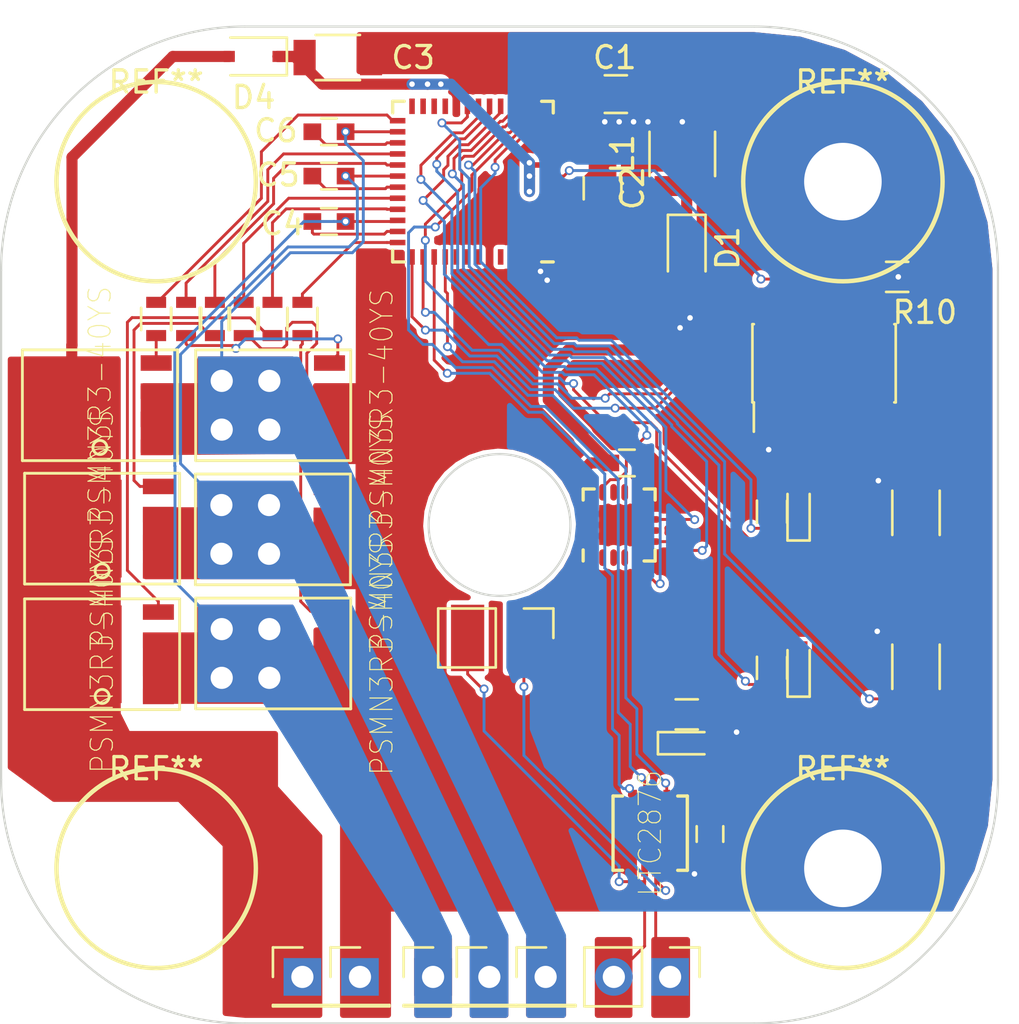
<source format=kicad_pcb>
(kicad_pcb (version 4) (host pcbnew 4.0.6)
  (layers (0 F.Cu signal) (31 B.Cu signal) (34 B.Paste user hide) (35 F.Paste user hide) (36 B.SilkS user) (37 F.SilkS user) (38 B.Mask user) (39 F.Mask user) (44 Edge.Cuts user))
  (net 0 "")
  (net 1 +3V3)
  (net 2 Earth)
  (net 3 "Net-(C2-Pad2)")
  (net 4 VM)
  (net 5 O1)
  (net 6 BOOT1)
  (net 7 O2)
  (net 8 BOOT2)
  (net 9 O3)
  (net 10 BOOT3)
  (net 11 "Net-(D1-Pad1)")
  (net 12 "Net-(D2-Pad1)")
  (net 13 "Net-(D3-Pad2)")
  (net 14 +12V)
  (net 15 "Net-(D5-Pad2)")
  (net 16 NRST)
  (net 17 SWDCLK)
  (net 18 SWDIO)
  (net 19 MOSI)
  (net 20 MISO)
  (net 21 SCK)
  (net 22 CS)
  (net 23 RS-B)
  (net 24 RS-A)
  (net 25 "Net-(Q1-Pad4)")
  (net 26 "Net-(Q2-Pad4)")
  (net 27 "Net-(Q3-Pad4)")
  (net 28 "Net-(Q4-Pad4)")
  (net 29 "Net-(Q5-Pad4)")
  (net 30 "Net-(Q6-Pad4)")
  (net 31 H1)
  (net 32 L1)
  (net 33 H2)
  (net 34 L2)
  (net 35 H3)
  (net 36 L3)
  (net 37 "Net-(U1-Pad4)")
  (net 38 "Net-(U1-Pad5)")
  (net 39 DE)
  (net 40 TX)
  (net 41 RX)
  (net 42 "Net-(CALIB1-Pad1)")
  (net 43 "Net-(ID1-Pad1)")
  (net 44 "Net-(R1-Pad1)")
  (net 45 "Net-(R2-Pad1)")
  (module Mounting_Holes:MountingHole_3.5mm (layer F.Cu) (at 50 81)
    (fp_text reference REF** (at 0 -4.5) (layer F.SilkS))
    (fp_text value MountingHole_3.5mm)
    (pad 1 np_thru_hole circle (at 0 0) (size 3.5 3.5) (drill 3.5) (layers *.Cu *.Mask))
  )
  (module Mounting_Holes:MountingHole_3.5mm (layer F.Cu) (at 81 81)
    (fp_text reference REF** (at 0 -4.5) (layer F.SilkS))
    (fp_text value MountingHole_3.5mm)
    (pad 1 np_thru_hole circle (at 0 0) (size 3.5 3.5) (drill 3.5) (layers *.Cu *.Mask))
  )
  (module Mounting_Holes:MountingHole_3.5mm (layer F.Cu) (at 81 50)
    (fp_text reference REF** (at 0 -4.5) (layer F.SilkS))
    (fp_text value MountingHole_3.5mm)
    (pad 1 np_thru_hole circle (at 0 0) (size 3.5 3.5) (drill 3.5) (layers *.Cu *.Mask))
  )
  (module Capacitors_SMD:C_0805 (layer F.Cu) (at 70.75 46.05 180)
    (fp_text reference C1 (at 0.05 1.65 180) (layer F.SilkS))
    (fp_text value 100uF)
    (pad 1 smd rect (at -1 0 180) (size 1 1.25) (layers F.Cu F.Paste F.Mask) (net 1 +3V3))
    (pad 2 smd rect (at 1 0 180) (size 1 1.25) (layers F.Cu F.Paste F.Mask) (net 2 Earth))
  )
  (module Capacitors_SMD:C_0805 (layer F.Cu) (at 70.15 50.3 90)
    (fp_text reference C2 (at 0 1.35 90) (layer F.SilkS))
    (fp_text value 22uF)
    (pad 1 smd rect (at -1 0 90) (size 1 1.25) (layers F.Cu F.Paste F.Mask) (net 2 Earth))
    (pad 2 smd rect (at 1 0 90) (size 1 1.25) (layers F.Cu F.Paste F.Mask) (net 3 "Net-(C2-Pad2)"))
  )
  (module Capacitors_SMD:C_0603 (layer F.Cu) (at 57.8 51.8)
    (fp_text reference C4 (at -2.1 0.1) (layer F.SilkS))
    (fp_text value 1uF)
    (pad 2 smd rect (at 0.75 0) (size 0.8 0.75) (layers F.Cu F.Paste F.Mask) (net 5 O1))
    (pad 1 smd rect (at -0.75 0) (size 0.8 0.75) (layers F.Cu F.Paste F.Mask) (net 6 BOOT1))
  )
  (module Capacitors_SMD:C_0603 (layer F.Cu) (at 57.8 49.75)
    (fp_text reference C5 (at -2.3 -0.05) (layer F.SilkS))
    (fp_text value 1uF)
    (pad 2 smd rect (at 0.75 0) (size 0.8 0.75) (layers F.Cu F.Paste F.Mask) (net 7 O2))
    (pad 1 smd rect (at -0.75 0) (size 0.8 0.75) (layers F.Cu F.Paste F.Mask) (net 8 BOOT2))
  )
  (module Capacitors_SMD:C_0603 (layer F.Cu) (at 57.8 47.75)
    (fp_text reference C6 (at -2.4 -0.05) (layer F.SilkS))
    (fp_text value 1uF)
    (pad 2 smd rect (at 0.75 0) (size 0.8 0.75) (layers F.Cu F.Paste F.Mask) (net 9 O3))
    (pad 1 smd rect (at -0.75 0) (size 0.8 0.75) (layers F.Cu F.Paste F.Mask) (net 10 BOOT3))
  )
  (module Capacitors_SMD:C_0603 (layer F.Cu) (at 75 79.45 270)
    (fp_text reference C7 hide)
    (fp_text value 1uF)
    (pad 2 smd rect (at 0.75 0 270) (size 0.8 0.75) (layers F.Cu F.Paste F.Mask) (net 1 +3V3))
    (pad 1 smd rect (at -0.75 0 270) (size 0.8 0.75) (layers F.Cu F.Paste F.Mask) (net 2 Earth))
  )
  (module Capacitors_SMD:C_0603 (layer F.Cu) (at 71.25 62.7 180)
    (fp_text reference C8 hide)
    (fp_text value 0.1uF)
    (pad 2 smd rect (at 0.75 0 180) (size 0.8 0.75) (layers F.Cu F.Paste F.Mask) (net 1 +3V3))
    (pad 1 smd rect (at -0.75 0 180) (size 0.8 0.75) (layers F.Cu F.Paste F.Mask) (net 2 Earth))
  )
  (module Resistors_SMD:R_1206 (layer F.Cu) (at 84.3 64.95 90)
    (fp_text reference CALIB1 hide)
    (fp_text value CALIB)
    (pad 1 smd rect (at -1.45 0 90) (size 0.9 1.7) (layers F.Cu F.Paste F.Mask) (net 42 "Net-(CALIB1-Pad1)"))
    (pad 2 smd rect (at 1.45 0 90) (size 0.9 1.7) (layers F.Cu F.Paste F.Mask) (net 1 +3V3))
  )
  (module Diodes_SMD:D_SOD-323F (layer F.Cu) (at 73.95 53 270)
    (fp_text reference D1 (at 0 -1.85 270) (layer F.SilkS))
    (fp_text value CD0603-B0340R)
    (pad 1 smd rect (at -1.1 0 270) (size 0.5 0.5) (layers F.Cu F.Paste F.Mask) (net 11 "Net-(D1-Pad1)"))
    (pad 2 smd rect (at 1.1 0 270) (size 0.5 0.5) (layers F.Cu F.Paste F.Mask) (net 2 Earth))
  )
  (module LEDs:LED_0603 (layer F.Cu) (at 73.95 75.35)
    (fp_text reference D2 hide)
    (fp_text value CD0603-B0340R)
    (pad 2 smd rect (at 0.8 0 180) (size 0.8 0.8) (layers F.Cu F.Paste F.Mask) (net 1 +3V3))
    (pad 1 smd rect (at -0.8 0 180) (size 0.8 0.8) (layers F.Cu F.Paste F.Mask) (net 12 "Net-(D2-Pad1)"))
  )
  (module LEDs:LED_0603 (layer F.Cu) (at 79 71.95 90)
    (fp_text reference D3 hide)
    (fp_text value ID)
    (pad 2 smd rect (at 0.8 0 270) (size 0.8 0.8) (layers F.Cu F.Paste F.Mask) (net 13 "Net-(D3-Pad2)"))
    (pad 1 smd rect (at -0.8 0 270) (size 0.8 0.8) (layers F.Cu F.Paste F.Mask) (net 2 Earth))
  )
  (module Diodes_SMD:D_SOD-323F (layer F.Cu) (at 54.4 44.35 180)
    (fp_text reference D4 (at 0 -1.85 180) (layer F.SilkS))
    (fp_text value D)
    (pad 1 smd rect (at -1.1 0 180) (size 0.5 0.5) (layers F.Cu F.Paste F.Mask) (net 4 VM))
    (pad 2 smd rect (at 1.1 0 180) (size 0.5 0.5) (layers F.Cu F.Paste F.Mask) (net 14 +12V))
  )
  (module LEDs:LED_0603 (layer F.Cu) (at 79 64.9 90)
    (fp_text reference D5 hide)
    (fp_text value CALIB)
    (pad 2 smd rect (at 0.8 0 270) (size 0.8 0.8) (layers F.Cu F.Paste F.Mask) (net 15 "Net-(D5-Pad2)"))
    (pad 1 smd rect (at -0.8 0 270) (size 0.8 0.8) (layers F.Cu F.Paste F.Mask) (net 2 Earth))
  )
  (module Resistors_SMD:R_1206 (layer F.Cu) (at 84.3 71.9 90)
    (fp_text reference ID1 hide)
    (fp_text value ID)
    (pad 1 smd rect (at -1.45 0 90) (size 0.9 1.7) (layers F.Cu F.Paste F.Mask) (net 43 "Net-(ID1-Pad1)"))
    (pad 2 smd rect (at 1.45 0 90) (size 0.9 1.7) (layers F.Cu F.Paste F.Mask) (net 1 +3V3))
  )
  (module Pin_Headers:Pin_Header_Straight_1x02_Pitch2.54mm (layer F.Cu) (at 73.2 85.9 270)
    (fp_text reference J3 hide)
    (fp_text value RS485)
    (pad 1 thru_hole rect (at 0 0 270) (size 1.7 1.7) (drill 1) (layers *.Cu *.Mask) (net 23 RS-B))
    (pad 2 thru_hole oval (at 0 2.54 270) (size 1.7 1.7) (drill 1) (layers *.Cu *.Mask) (net 24 RS-A))
  )
  (module Pin_Headers:Pin_Header_Straight_1x01_Pitch2.54mm (layer F.Cu) (at 56.6 85.9)
    (fp_text reference J6 hide)
    (fp_text value 12)
    (pad 1 thru_hole rect (at 0 0) (size 1.7 1.7) (drill 1) (layers *.Cu *.Mask) (net 14 +12V))
  )
  (module Pin_Headers:Pin_Header_Straight_1x01_Pitch2.54mm (layer F.Cu) (at 59.2 85.9)
    (fp_text reference J9 hide)
    (fp_text value GND)
    (pad 1 thru_hole rect (at 0 0) (size 1.7 1.7) (drill 1) (layers *.Cu *.Mask) (net 2 Earth))
  )
  (module Pin_Headers:Pin_Header_Straight_1x01_Pitch2.54mm (layer F.Cu) (at 62.5 85.9)
    (fp_text reference J11 hide)
    (fp_text value V)
    (pad 1 thru_hole rect (at 0 0) (size 1.7 1.7) (drill 1) (layers *.Cu *.Mask) (net 5 O1))
  )
  (module Pin_Headers:Pin_Header_Straight_1x01_Pitch2.54mm (layer F.Cu) (at 64.9 85.9)
    (fp_text reference J12 hide)
    (fp_text value U)
    (pad 1 thru_hole rect (at 0.14 0) (size 1.7 1.7) (drill 1) (layers *.Cu *.Mask) (net 7 O2))
  )
  (module Pin_Headers:Pin_Header_Straight_1x01_Pitch2.54mm (layer F.Cu) (at 67.6 85.9)
    (fp_text reference J13 hide)
    (fp_text value W)
    (pad 1 thru_hole rect (at -0.02 0) (size 1.7 1.7) (drill 1) (layers *.Cu *.Mask) (net 9 O3))
  )
  (module Inductors_SMD:L_1210 (layer F.Cu) (at 73.75 48.75 90)
    (fp_text reference L1 (at 0 -2.7 90) (layer F.SilkS))
    (fp_text value 22uH)
    (pad 1 smd rect (at -1.45 0 90) (size 0.9 2.5) (layers F.Cu F.Paste F.Mask) (net 11 "Net-(D1-Pad1)"))
    (pad 2 smd rect (at 1.45 0 90) (size 0.9 2.5) (layers F.Cu F.Paste F.Mask) (net 1 +3V3))
  )
  (module Dizzy:PSMN3R3-40YS (layer F.Cu) (at 47.56 71.335 90)
    (fp_text reference Q1 hide)
    (fp_text value PSMN3R3-40YS (at 0 0 90) (layer F.SilkS) (effects (font (size 1 0.9) (thickness 0.05))))
    (pad 1 smd rect (at -1.905 2.54) (size 1.4 0.7) (layers F.Cu F.Paste F.Mask) (net 5 O1))
    (pad 2 smd rect (at -0.635 2.54) (size 1.4 0.7) (layers F.Cu F.Paste F.Mask) (net 5 O1))
    (pad 3 smd rect (at 0.635 2.54) (size 1.4 0.7) (layers F.Cu F.Paste F.Mask) (net 5 O1))
    (pad 4 smd rect (at 1.905 2.54) (size 1.4 0.7) (layers F.Cu F.Paste F.Mask) (net 25 "Net-(Q1-Pad4)"))
    (pad 5678 smd rect (at 0 -1.27) (size 4.3 4.41) (layers F.Cu F.Paste F.Mask) (net 14 +12V))
  )
  (module Dizzy:PSMN3R3-40YS (layer F.Cu) (at 47.56 65.665 90)
    (fp_text reference Q3 hide)
    (fp_text value PSMN3R3-40YS (at 0 0 90) (layer F.SilkS) (effects (font (size 1 0.9) (thickness 0.05))))
    (pad 1 smd rect (at -1.905 2.54) (size 1.4 0.7) (layers F.Cu F.Paste F.Mask) (net 7 O2))
    (pad 2 smd rect (at -0.635 2.54) (size 1.4 0.7) (layers F.Cu F.Paste F.Mask) (net 7 O2))
    (pad 3 smd rect (at 0.635 2.54) (size 1.4 0.7) (layers F.Cu F.Paste F.Mask) (net 7 O2))
    (pad 4 smd rect (at 1.905 2.54) (size 1.4 0.7) (layers F.Cu F.Paste F.Mask) (net 27 "Net-(Q3-Pad4)"))
    (pad 5678 smd rect (at 0 -1.27) (size 4.3 4.41) (layers F.Cu F.Paste F.Mask) (net 14 +12V))
  )
  (module Dizzy:PSMN3R3-40YS (layer F.Cu) (at 47.46 60.095 90)
    (fp_text reference Q5 hide)
    (fp_text value PSMN3R3-40YS (at 0 0 90) (layer F.SilkS) (effects (font (size 1 0.9) (thickness 0.05))))
    (pad 1 smd rect (at -1.905 2.54) (size 1.4 0.7) (layers F.Cu F.Paste F.Mask) (net 9 O3))
    (pad 2 smd rect (at -0.635 2.54) (size 1.4 0.7) (layers F.Cu F.Paste F.Mask) (net 9 O3))
    (pad 3 smd rect (at 0.635 2.54) (size 1.4 0.7) (layers F.Cu F.Paste F.Mask) (net 9 O3))
    (pad 4 smd rect (at 1.905 2.54) (size 1.4 0.7) (layers F.Cu F.Paste F.Mask) (net 29 "Net-(Q5-Pad4)"))
    (pad 5678 smd rect (at 0 -1.27) (size 4.3 4.41) (layers F.Cu F.Paste F.Mask) (net 14 +12V))
  )
  (module Resistors_SMD:R_0603 (layer F.Cu) (at 77.8 71.95 90)
    (fp_text reference R1 hide)
    (fp_text value 320)
    (pad 1 smd rect (at -0.75 0 90) (size 0.5 0.9) (layers F.Cu F.Paste F.Mask) (net 44 "Net-(R1-Pad1)"))
    (pad 2 smd rect (at 0.75 0 90) (size 0.5 0.9) (layers F.Cu F.Paste F.Mask) (net 13 "Net-(D3-Pad2)"))
  )
  (module Resistors_SMD:R_0603 (layer F.Cu) (at 77.8 64.9 90)
    (fp_text reference R2 hide)
    (fp_text value 320)
    (pad 1 smd rect (at -0.75 0 90) (size 0.5 0.9) (layers F.Cu F.Paste F.Mask) (net 45 "Net-(R2-Pad1)"))
    (pad 2 smd rect (at 0.75 0 90) (size 0.5 0.9) (layers F.Cu F.Paste F.Mask) (net 15 "Net-(D5-Pad2)"))
  )
  (module Resistors_SMD:R_0603 (layer F.Cu) (at 55.25 56.2 90)
    (fp_text reference R3 hide)
    (fp_text value 10)
    (pad 1 smd rect (at -0.75 0 90) (size 0.5 0.9) (layers F.Cu F.Paste F.Mask) (net 25 "Net-(Q1-Pad4)"))
    (pad 2 smd rect (at 0.75 0 90) (size 0.5 0.9) (layers F.Cu F.Paste F.Mask) (net 31 H1))
  )
  (module Resistors_SMD:R_0603 (layer F.Cu) (at 56.6 56.2 90)
    (fp_text reference R4 hide)
    (fp_text value 10)
    (pad 1 smd rect (at -0.75 0 90) (size 0.5 0.9) (layers F.Cu F.Paste F.Mask) (net 26 "Net-(Q2-Pad4)"))
    (pad 2 smd rect (at 0.75 0 90) (size 0.5 0.9) (layers F.Cu F.Paste F.Mask) (net 32 L1))
  )
  (module Resistors_SMD:R_0603 (layer F.Cu) (at 52.65 56.2 90)
    (fp_text reference R5 hide)
    (fp_text value 10)
    (pad 1 smd rect (at -0.75 0 90) (size 0.5 0.9) (layers F.Cu F.Paste F.Mask) (net 27 "Net-(Q3-Pad4)"))
    (pad 2 smd rect (at 0.75 0 90) (size 0.5 0.9) (layers F.Cu F.Paste F.Mask) (net 33 H2))
  )
  (module Resistors_SMD:R_0603 (layer F.Cu) (at 53.95 56.2 90)
    (fp_text reference R6 hide)
    (fp_text value 10)
    (pad 1 smd rect (at -0.75 0 90) (size 0.5 0.9) (layers F.Cu F.Paste F.Mask) (net 28 "Net-(Q4-Pad4)"))
    (pad 2 smd rect (at 0.75 0 90) (size 0.5 0.9) (layers F.Cu F.Paste F.Mask) (net 34 L2))
  )
  (module Resistors_SMD:R_0603 (layer F.Cu) (at 50 56.2 90)
    (fp_text reference R7 hide)
    (fp_text value 10)
    (pad 1 smd rect (at -0.75 0 90) (size 0.5 0.9) (layers F.Cu F.Paste F.Mask) (net 29 "Net-(Q5-Pad4)"))
    (pad 2 smd rect (at 0.75 0 90) (size 0.5 0.9) (layers F.Cu F.Paste F.Mask) (net 35 H3))
  )
  (module Resistors_SMD:R_0603 (layer F.Cu) (at 51.35 56.2 90)
    (fp_text reference R8 hide)
    (fp_text value 10)
    (pad 1 smd rect (at -0.75 0 90) (size 0.5 0.9) (layers F.Cu F.Paste F.Mask) (net 30 "Net-(Q6-Pad4)"))
    (pad 2 smd rect (at 0.75 0 90) (size 0.5 0.9) (layers F.Cu F.Paste F.Mask) (net 36 L3))
  )
  (module Resistors_SMD:R_0603 (layer F.Cu) (at 73.95 74.05)
    (fp_text reference R9 hide)
    (fp_text value 320)
    (pad 1 smd rect (at -0.75 0) (size 0.5 0.9) (layers F.Cu F.Paste F.Mask) (net 12 "Net-(D2-Pad1)"))
    (pad 2 smd rect (at 0.75 0) (size 0.5 0.9) (layers F.Cu F.Paste F.Mask) (net 2 Earth))
  )
  (module Dizzy:STSPIN32-nopad (layer F.Cu) (at 64.3 50 180)
    (fp_text reference U1 hide)
    (fp_text value STSPIN32F0)
    (pad 1 smd rect (at -3.4 -2.75 180) (size 0.7 0.25) (layers F.Cu F.Paste F.Mask))
    (pad 2 smd rect (at -3.4 -2.25 180) (size 0.7 0.25) (layers F.Cu F.Paste F.Mask))
    (pad 3 smd rect (at -3.4 -1.75 180) (size 0.7 0.25) (layers F.Cu F.Paste F.Mask))
    (pad 4 smd rect (at -3.4 -1.25 180) (size 0.7 0.25) (layers F.Cu F.Paste F.Mask) (net 37 "Net-(U1-Pad4)"))
    (pad 5 smd rect (at -3.4 -0.75 180) (size 0.7 0.25) (layers F.Cu F.Paste F.Mask) (net 38 "Net-(U1-Pad5)"))
    (pad 6 smd rect (at -3.4 -0.25 180) (size 0.7 0.25) (layers F.Cu F.Paste F.Mask) (net 3 "Net-(C2-Pad2)"))
    (pad 7 smd rect (at -3.4 0.25 180) (size 0.7 0.25) (layers F.Cu F.Paste F.Mask) (net 16 NRST))
    (pad 8 smd rect (at -3.4 0.75 180) (size 0.7 0.25) (layers F.Cu F.Paste F.Mask) (net 4 VM))
    (pad 9 smd rect (at -3.4 1.25 180) (size 0.7 0.25) (layers F.Cu F.Paste F.Mask) (net 11 "Net-(D1-Pad1)"))
    (pad 10 smd rect (at -3.4 1.75 180) (size 0.7 0.25) (layers F.Cu F.Paste F.Mask) (net 1 +3V3))
    (pad 11 smd rect (at -3.4 2.25 180) (size 0.7 0.25) (layers F.Cu F.Paste F.Mask) (net 45 "Net-(R2-Pad1)"))
    (pad 12 smd rect (at -3.4 2.75 180) (size 0.7 0.25) (layers F.Cu F.Paste F.Mask) (net 39 DE))
    (pad 13 smd rect (at -2.75 3.4 270) (size 0.7 0.25) (layers F.Cu F.Paste F.Mask) (net 43 "Net-(ID1-Pad1)"))
    (pad 14 smd rect (at -2.25 3.4 270) (size 0.7 0.25) (layers F.Cu F.Paste F.Mask) (net 42 "Net-(CALIB1-Pad1)"))
    (pad 15 smd rect (at -1.75 3.4 270) (size 0.7 0.25) (layers F.Cu F.Paste F.Mask) (net 22 CS))
    (pad 16 smd rect (at -1.25 3.4 270) (size 0.7 0.25) (layers F.Cu F.Paste F.Mask) (net 21 SCK))
    (pad 17 smd rect (at -0.75 3.4 270) (size 0.7 0.25) (layers F.Cu F.Paste F.Mask) (net 20 MISO))
    (pad 18 smd rect (at -0.25 3.4 270) (size 0.7 0.25) (layers F.Cu F.Paste F.Mask) (net 19 MOSI))
    (pad 19 smd rect (at 0.25 3.4 270) (size 0.7 0.25) (layers F.Cu F.Paste F.Mask) (net 44 "Net-(R1-Pad1)"))
    (pad 20 smd rect (at 0.75 3.4 270) (size 0.7 0.25) (layers F.Cu F.Paste F.Mask) (net 2 Earth))
    (pad 21 smd rect (at 1.25 3.4 270) (size 0.7 0.25) (layers F.Cu F.Paste F.Mask))
    (pad 22 smd rect (at 1.75 3.4 270) (size 0.7 0.25) (layers F.Cu F.Paste F.Mask))
    (pad 23 smd rect (at 2.25 3.4 270) (size 0.7 0.25) (layers F.Cu F.Paste F.Mask))
    (pad 24 smd rect (at 2.75 3.4 270) (size 0.7 0.25) (layers F.Cu F.Paste F.Mask))
    (pad 25 smd rect (at 3.4 2.75 180) (size 0.7 0.25) (layers F.Cu F.Paste F.Mask) (net 35 H3))
    (pad 26 smd rect (at 3.4 2.25 180) (size 0.7 0.25) (layers F.Cu F.Paste F.Mask) (net 9 O3))
    (pad 27 smd rect (at 3.4 1.75 180) (size 0.7 0.25) (layers F.Cu F.Paste F.Mask) (net 10 BOOT3))
    (pad 28 smd rect (at 3.4 1.25 180) (size 0.7 0.25) (layers F.Cu F.Paste F.Mask) (net 36 L3))
    (pad 29 smd rect (at 3.4 0.75 180) (size 0.7 0.25) (layers F.Cu F.Paste F.Mask) (net 33 H2))
    (pad 30 smd rect (at 3.4 0.25 180) (size 0.7 0.25) (layers F.Cu F.Paste F.Mask) (net 7 O2))
    (pad 31 smd rect (at 3.4 -0.25 180) (size 0.7 0.25) (layers F.Cu F.Paste F.Mask) (net 8 BOOT2))
    (pad 32 smd rect (at 3.4 -0.75 180) (size 0.7 0.25) (layers F.Cu F.Paste F.Mask) (net 34 L2))
    (pad 33 smd rect (at 3.4 -1.25 180) (size 0.7 0.25) (layers F.Cu F.Paste F.Mask) (net 31 H1))
    (pad 34 smd rect (at 3.4 -1.75 180) (size 0.7 0.25) (layers F.Cu F.Paste F.Mask) (net 5 O1))
    (pad 35 smd rect (at 3.4 -2.25 180) (size 0.7 0.25) (layers F.Cu F.Paste F.Mask) (net 6 BOOT1))
    (pad 36 smd rect (at 3.4 -2.75 180) (size 0.7 0.25) (layers F.Cu F.Paste F.Mask) (net 32 L1))
    (pad 37 smd rect (at 2.75 -3.4 270) (size 0.7 0.25) (layers F.Cu F.Paste F.Mask) (net 18 SWDIO))
    (pad 38 smd rect (at 2.25 -3.4 270) (size 0.7 0.25) (layers F.Cu F.Paste F.Mask) (net 17 SWDCLK))
    (pad 39 smd rect (at 1.75 -3.4 270) (size 0.7 0.25) (layers F.Cu F.Paste F.Mask) (net 40 TX))
    (pad 40 smd rect (at 1.25 -3.4 270) (size 0.7 0.25) (layers F.Cu F.Paste F.Mask) (net 41 RX))
    (pad 41 smd rect (at 0.75 -3.4 270) (size 0.7 0.25) (layers F.Cu F.Paste F.Mask))
    (pad 42 smd rect (at 0.25 -3.4 270) (size 0.7 0.25) (layers F.Cu F.Paste F.Mask))
    (pad 43 smd rect (at -0.25 -3.4 270) (size 0.7 0.25) (layers F.Cu F.Paste F.Mask))
    (pad 44 smd rect (at -0.75 -3.4 270) (size 0.7 0.25) (layers F.Cu F.Paste F.Mask) (net 2 Earth))
    (pad 45 smd rect (at -1.25 -3.4 270) (size 0.7 0.25) (layers F.Cu F.Paste F.Mask))
    (pad 46 smd rect (at -1.75 -3.4 270) (size 0.7 0.25) (layers F.Cu F.Paste F.Mask))
    (pad 47 smd rect (at -2.25 -3.4 270) (size 0.7 0.25) (layers F.Cu F.Paste F.Mask))
    (pad 48 smd rect (at -2.75 -3.4 270) (size 0.7 0.25) (layers F.Cu F.Paste F.Mask) (net 1 +3V3))
    (pad 49 smd rect (at -0.7 -0.8 180) (size 1 1) (layers F.Cu F.Paste F.Mask) (net 2 Earth))
  )
  (module Dizzy:LTC2876 (layer F.Cu) (at 72.3 79.4113 270)
    (fp_text reference U2 hide)
    (fp_text value LTC2876 (at 0 0 270) (layer F.SilkS) (effects (font (size 1 0.9) (thickness 0.05))))
    (pad 1 smd rect (at -1.5113 -0.75 270) (size 0.889 0.3048) (layers F.Cu F.Paste F.Mask) (net 41 RX))
    (pad 2 smd rect (at -1.5113 -0.25 270) (size 0.889 0.3048) (layers F.Cu F.Paste F.Mask) (net 39 DE))
    (pad 3 smd rect (at -1.5113 0.25 270) (size 0.889 0.3048) (layers F.Cu F.Paste F.Mask) (net 39 DE))
    (pad 4 smd rect (at -1.5113 0.75 270) (size 0.889 0.3048) (layers F.Cu F.Paste F.Mask) (net 40 TX))
    (pad 5 smd rect (at 1.5113 0.75 270) (size 0.889 0.3048) (layers F.Cu F.Paste F.Mask) (net 2 Earth))
    (pad 6 smd rect (at 1.5113 0.25 270) (size 0.889 0.3048) (layers F.Cu F.Paste F.Mask) (net 24 RS-A))
    (pad 7 smd rect (at 1.5113 -0.25 270) (size 0.889 0.3048) (layers F.Cu F.Paste F.Mask) (net 23 RS-B))
    (pad 8 smd rect (at 1.5113 -0.75 270) (size 0.889 0.3048) (layers F.Cu F.Paste F.Mask) (net 1 +3V3))
    (pad 9 smd rect (at 0 0.1 270) (size 0.6 2) (layers F.Cu F.Paste F.Mask) (net 2 Earth))
  )
  (module Housings_DFN_QFN:QFN-16-1EP_3x3mm_Pitch0.5mm (layer F.Cu) (at 70.9 65.5 90)
    (fp_text reference U3 hide)
    (fp_text value MA700)
    (pad 1 smd oval (at -1.475 -0.75 90) (size 0.75 0.3) (layers F.Cu F.Paste F.Mask))
    (pad 2 smd oval (at -1.475 -0.25 90) (size 0.75 0.3) (layers F.Cu F.Paste F.Mask))
    (pad 3 smd oval (at -1.475 0.25 90) (size 0.75 0.3) (layers F.Cu F.Paste F.Mask))
    (pad 4 smd oval (at -1.475 0.75 90) (size 0.75 0.3) (layers F.Cu F.Paste F.Mask) (net 19 MOSI))
    (pad 5 smd oval (at -0.75 1.475 180) (size 0.75 0.3) (layers F.Cu F.Paste F.Mask) (net 22 CS))
    (pad 6 smd oval (at -0.25 1.475 180) (size 0.75 0.3) (layers F.Cu F.Paste F.Mask))
    (pad 7 smd oval (at 0.25 1.475 180) (size 0.75 0.3) (layers F.Cu F.Paste F.Mask) (net 20 MISO))
    (pad 8 smd oval (at 0.75 1.475 180) (size 0.75 0.3) (layers F.Cu F.Paste F.Mask) (net 2 Earth))
    (pad 9 smd oval (at 1.475 0.75 90) (size 0.75 0.3) (layers F.Cu F.Paste F.Mask))
    (pad 10 smd oval (at 1.475 0.25 90) (size 0.75 0.3) (layers F.Cu F.Paste F.Mask))
    (pad 11 smd oval (at 1.475 -0.25 90) (size 0.75 0.3) (layers F.Cu F.Paste F.Mask))
    (pad 12 smd oval (at 1.475 -0.75 90) (size 0.75 0.3) (layers F.Cu F.Paste F.Mask) (net 21 SCK))
    (pad 13 smd oval (at 0.75 -1.475 180) (size 0.75 0.3) (layers F.Cu F.Paste F.Mask) (net 1 +3V3))
    (pad 14 smd oval (at 0.25 -1.475 180) (size 0.75 0.3) (layers F.Cu F.Paste F.Mask))
    (pad 15 smd oval (at -0.25 -1.475 180) (size 0.75 0.3) (layers F.Cu F.Paste F.Mask))
    (pad 16 smd oval (at -0.75 -1.475 180) (size 0.75 0.3) (layers F.Cu F.Paste F.Mask))
    (pad 17 smd rect (at 0.45 0.45 90) (size 0.9 0.9) (layers F.Cu F.Paste F.Mask) (net 2 Earth))
    (pad 17 smd rect (at 0.45 -0.45 90) (size 0.9 0.9) (layers F.Cu F.Paste F.Mask) (net 2 Earth))
    (pad 17 smd rect (at -0.45 0.45 90) (size 0.9 0.9) (layers F.Cu F.Paste F.Mask) (net 2 Earth))
    (pad 17 smd rect (at -0.45 -0.45 90) (size 0.9 0.9) (layers F.Cu F.Paste F.Mask) (net 2 Earth))
  )
  (module Dizzy:Oscillator (layer F.Cu) (at 67.7 55.15 90)
    (fp_text reference Y1 hide)
    (fp_text value 8Mhz)
    (pad 1 smd rect (at 0 2.3 90) (size 0.4 1.4) (layers F.Cu F.Paste F.Mask) (net 37 "Net-(U1-Pad4)"))
    (pad 2 smd rect (at 1.2 2.3 90) (size 0.4 1.4) (layers F.Cu F.Paste F.Mask) (net 2 Earth))
    (pad 3 smd rect (at 2.4 2.3 90) (size 0.4 1.4) (layers F.Cu F.Paste F.Mask) (net 38 "Net-(U1-Pad5)"))
  )
  (module Capacitors_SMD:C_1206 (layer F.Cu) (at 58.2 44.4)
    (fp_text reference C3 (at 3.4 0) (layer F.SilkS))
    (fp_text value 1uF)
    (pad 1 smd rect (at -1.5 0) (size 1 1.6) (layers F.Cu F.Paste F.Mask) (net 4 VM))
    (pad 2 smd rect (at 1.5 0) (size 1 1.6) (layers F.Cu F.Paste F.Mask) (net 2 Earth))
  )
  (module Dizzy:PSMN3R3-40YS-vias (layer F.Cu) (at 55.283935 71.3 90)
    (fp_text reference Q2 hide)
    (fp_text value PSMN3R3-40YS (at -0.125 4.9 90) (layer F.SilkS) (effects (font (size 1 0.9) (thickness 0.05))))
    (pad 1 smd rect (at -1.905 2.54) (size 1.4 0.7) (layers F.Cu F.Paste F.Mask) (net 2 Earth))
    (pad 2 smd rect (at -0.635 2.54) (size 1.4 0.7) (layers F.Cu F.Paste F.Mask) (net 2 Earth))
    (pad 3 smd rect (at 0.635 2.54) (size 1.4 0.7) (layers F.Cu F.Paste F.Mask) (net 2 Earth))
    (pad 4 smd rect (at 1.905 2.54) (size 1.4 0.7) (layers F.Cu F.Paste F.Mask) (net 26 "Net-(Q2-Pad4)"))
    (pad 5678 thru_hole rect (at -1.1 -2.325 180) (size 2.15 2.2) (drill 1) (layers *.Cu *.Paste *.Mask) (net 5 O1))
    (pad 5678 thru_hole rect (at 1.1 -2.325 180) (size 2.15 2.2) (drill 1) (layers *.Cu *.Paste *.Mask) (net 5 O1))
    (pad 5678 thru_hole rect (at -1.1 -0.175 180) (size 2.15 2.2) (drill 1) (layers *.Cu *.Paste *.Mask) (net 5 O1))
    (pad 5678 thru_hole rect (at 1.1 -0.175 180) (size 2.15 2.2) (drill 1) (layers *.Cu *.Paste *.Mask) (net 5 O1))
  )
  (module Dizzy:PSMN3R3-40YS-vias (layer F.Cu) (at 55.27 65.7 90)
    (fp_text reference Q4 hide)
    (fp_text value PSMN3R3-40YS (at -0.125 4.9 90) (layer F.SilkS) (effects (font (size 1 0.9) (thickness 0.05))))
    (pad 1 smd rect (at -1.905 2.54) (size 1.4 0.7) (layers F.Cu F.Paste F.Mask) (net 2 Earth))
    (pad 2 smd rect (at -0.635 2.54) (size 1.4 0.7) (layers F.Cu F.Paste F.Mask) (net 2 Earth))
    (pad 3 smd rect (at 0.635 2.54) (size 1.4 0.7) (layers F.Cu F.Paste F.Mask) (net 2 Earth))
    (pad 4 smd rect (at 1.905 2.54) (size 1.4 0.7) (layers F.Cu F.Paste F.Mask) (net 28 "Net-(Q4-Pad4)"))
    (pad 5678 thru_hole rect (at -1.1 -2.325 180) (size 2.15 2.2) (drill 1) (layers *.Cu *.Paste *.Mask) (net 7 O2))
    (pad 5678 thru_hole rect (at 1.1 -2.325 180) (size 2.15 2.2) (drill 1) (layers *.Cu *.Paste *.Mask) (net 7 O2))
    (pad 5678 thru_hole rect (at -1.1 -0.175 180) (size 2.15 2.2) (drill 1) (layers *.Cu *.Paste *.Mask) (net 7 O2))
    (pad 5678 thru_hole rect (at 1.1 -0.175 180) (size 2.15 2.2) (drill 1) (layers *.Cu *.Paste *.Mask) (net 7 O2))
  )
  (module Dizzy:PSMN3R3-40YS-vias (layer F.Cu) (at 55.283935 60.095 90)
    (fp_text reference Q6 hide)
    (fp_text value PSMN3R3-40YS (at -0.125 4.9 90) (layer F.SilkS) (effects (font (size 1 0.9) (thickness 0.05))))
    (pad 1 smd rect (at -1.905 2.54) (size 1.4 0.7) (layers F.Cu F.Paste F.Mask) (net 2 Earth))
    (pad 2 smd rect (at -0.635 2.54) (size 1.4 0.7) (layers F.Cu F.Paste F.Mask) (net 2 Earth))
    (pad 3 smd rect (at 0.635 2.54) (size 1.4 0.7) (layers F.Cu F.Paste F.Mask) (net 2 Earth))
    (pad 4 smd rect (at 1.905 2.54) (size 1.4 0.7) (layers F.Cu F.Paste F.Mask) (net 30 "Net-(Q6-Pad4)"))
    (pad 5678 thru_hole rect (at -1.1 -2.325 180) (size 2.15 2.2) (drill 1) (layers *.Cu *.Paste *.Mask) (net 9 O3))
    (pad 5678 thru_hole rect (at 1.1 -2.325 180) (size 2.15 2.2) (drill 1) (layers *.Cu *.Paste *.Mask) (net 9 O3))
    (pad 5678 thru_hole rect (at -1.1 -0.175 180) (size 2.15 2.2) (drill 1) (layers *.Cu *.Paste *.Mask) (net 9 O3))
    (pad 5678 thru_hole rect (at 1.1 -0.175 180) (size 2.15 2.2) (drill 1) (layers *.Cu *.Paste *.Mask) (net 9 O3))
  )
  (module Pin_Headers:Pin_Header_Straight_2x05_Pitch1.27mm_SMD (layer F.Cu) (at 80.15 58.2 90)
    (fp_text reference J1 hide)
    (fp_text value CONN_02X05)
    (pad 1 smd rect (at -1.95 -2.54 90) (size 2.4 0.74) (layers F.Cu F.Paste F.Mask) (net 1 +3V3))
    (pad 2 smd rect (at 1.95 -2.54 90) (size 2.4 0.74) (layers F.Cu F.Paste F.Mask) (net 18 SWDIO))
    (pad 3 smd rect (at -1.95 -1.27 90) (size 2.4 0.74) (layers F.Cu F.Paste F.Mask) (net 2 Earth))
    (pad 4 smd rect (at 1.95 -1.27 90) (size 2.4 0.74) (layers F.Cu F.Paste F.Mask) (net 17 SWDCLK))
    (pad 5 smd rect (at -1.95 0 90) (size 2.4 0.74) (layers F.Cu F.Paste F.Mask) (net 2 Earth))
    (pad 6 smd rect (at 1.95 0 90) (size 2.4 0.74) (layers F.Cu F.Paste F.Mask))
    (pad 7 smd rect (at -1.95 1.27 90) (size 2.4 0.74) (layers F.Cu F.Paste F.Mask))
    (pad 8 smd rect (at 1.95 1.27 90) (size 2.4 0.74) (layers F.Cu F.Paste F.Mask))
    (pad 9 smd rect (at -1.95 2.54 90) (size 2.4 0.74) (layers F.Cu F.Paste F.Mask) (net 2 Earth))
    (pad 10 smd rect (at 1.95 2.54 90) (size 2.4 0.74) (layers F.Cu F.Paste F.Mask) (net 16 NRST))
  )
  (module Pin_Headers:Pin_Header_Straight_1x02_Pitch2.54mm (layer F.Cu) (at 66.6 70.6 270)
    (fp_text reference J2 hide)
    (fp_text value RS485)
    (pad 1 smd rect (at 0 0 270) (size 3 1.5) (layers F.Cu F.Paste F.Mask) (net 23 RS-B))
    (pad 2 smd rect (at 0 2.54 270) (size 3 1.5) (layers F.Cu F.Paste F.Mask) (net 24 RS-A))
  )
  (module Resistors_SMD:R_0603 (layer F.Cu) (at 83.45 54.3 180)
    (fp_text reference R10 (at -1.25 -1.6 180) (layer F.SilkS))
    (fp_text value 10k)
    (pad 1 smd rect (at -0.75 0 180) (size 0.5 0.9) (layers F.Cu F.Paste F.Mask) (net 1 +3V3))
    (pad 2 smd rect (at 0.75 0 180) (size 0.5 0.9) (layers F.Cu F.Paste F.Mask) (net 16 NRST))
  )
  (module Mounting_Holes:MountingHole_3.5mm (layer F.Cu) (at 50 50)
    (fp_text reference REF** (at 0 -4.5) (layer F.SilkS))
    (fp_text value MountingHole_3.5mm)
    (pad 1 np_thru_hole circle (at 0 0) (size 3.5 3.5) (drill 3.5) (layers *.Cu *.Mask))
  )
  (gr_arc (start 77 54) (end 77 43) (angle 90) (layer Edge.Cuts) (width 0.1))
  (gr_arc (start 77 77) (end 88 77) (angle 90) (layer Edge.Cuts) (width 0.1))
  (gr_arc (start 54 77) (end 54 88) (angle 90) (layer Edge.Cuts) (width 0.1))
  (gr_arc (start 54 54) (end 43 54) (angle 90) (layer Edge.Cuts) (width 0.1))
  (gr_line (start 43 54) (end 43 77) (layer Edge.Cuts) (width 0.1))
  (gr_line (start 88 54) (end 88 77) (layer Edge.Cuts) (width 0.1))
  (gr_line (start 54 88) (end 77 88) (layer Edge.Cuts) (width 0.1))
  (gr_line (start 54 43) (end 77 43) (layer Edge.Cuts) (width 0.1))
  (gr_circle (center 65.5 65.5) (end 68.7 65.5) (layer Edge.Cuts) (width 0.1))
  (gr_circle (center 81 81) (end 85.5 81) (layer F.SilkS) (width 0.2))
  (gr_circle (center 50 81) (end 54.5 81) (layer F.SilkS) (width 0.2))
  (gr_circle (center 81 50) (end 85.5 50) (layer F.SilkS) (width 0.2))
  (gr_circle (center 50 50) (end 54.5 50) (layer F.SilkS) (width 0.2))
  (segment (start 84.2 54.3) (end 83.5 54.3) (width 0.13) (layer F.Cu) (net 1))
  (via (at 83.5 54.3) (size 0.4) (drill 0.25) (layers F.Cu B.Cu) (net 1))
  (segment (start 69.4 64) (end 69.425 64.025) (width 0.25) (layer F.Cu) (net 1))
  (segment (start 69.425 64.025) (end 69.425 64.75) (width 0.25) (layer F.Cu) (net 1))
  (segment (start 69.4 62.9) (end 69.4 64) (width 0.5) (layer F.Cu) (net 1))
  (segment (start 70.5 62.7) (end 69.6 62.7) (width 0.5) (layer F.Cu) (net 1))
  (segment (start 69.6 62.7) (end 69.4 62.9) (width 0.5) (layer F.Cu) (net 1))
  (segment (start 77.61 60.15) (end 77.61 62.06) (width 0.13) (layer F.Cu) (net 1))
  (segment (start 77.61 62.06) (end 77.65 62.1) (width 0.13) (layer F.Cu) (net 1))
  (via (at 77.65 62.1) (size 0.4) (drill 0.25) (layers F.Cu B.Cu) (net 1))
  (segment (start 74.2774 80.9226) (end 74.2774 81.2274) (width 0.25) (layer F.Cu) (net 1))
  (segment (start 74.2774 81.2274) (end 74.3 81.25) (width 0.25) (layer F.Cu) (net 1))
  (via (at 74.3 81.25) (size 0.4) (drill 0.25) (layers F.Cu B.Cu) (net 1))
  (segment (start 73.05 80.9226) (end 74.2774 80.9226) (width 0.25) (layer F.Cu) (net 1))
  (segment (start 74.2774 80.9226) (end 75 80.2) (width 0.25) (layer F.Cu) (net 1))
  (segment (start 76.15 74.85) (end 76.2 74.85) (width 0.13) (layer F.Cu) (net 1))
  (segment (start 75.65 75.35) (end 76.15 74.85) (width 0.13) (layer F.Cu) (net 1))
  (via (at 76.2 74.85) (size 0.4) (drill 0.25) (layers F.Cu B.Cu) (net 1))
  (segment (start 74.75 75.35) (end 75.65 75.35) (width 0.13) (layer F.Cu) (net 1))
  (segment (start 70.475 62.7) (end 69.275 61.5) (width 0.5) (layer F.Cu) (net 1))
  (segment (start 84.3 63.5) (end 82.6 63.5) (width 0.25) (layer F.Cu) (net 1))
  (via (at 82.6 63.5) (size 0.4) (drill 0.25) (layers F.Cu B.Cu) (net 1))
  (segment (start 84.3 70.45) (end 82.7 70.45) (width 0.25) (layer F.Cu) (net 1))
  (segment (start 82.7 70.45) (end 82.55 70.3) (width 0.25) (layer F.Cu) (net 1))
  (via (at 82.55 70.3) (size 0.4) (drill 0.25) (layers F.Cu B.Cu) (net 1))
  (segment (start 67.35 54.05) (end 67.35 54.15) (width 0.25) (layer F.Cu) (net 1))
  (segment (start 67.35 54.15) (end 67.65 54.45) (width 0.25) (layer F.Cu) (net 1))
  (via (at 67.65 54.45) (size 0.4) (drill 0.25) (layers F.Cu B.Cu) (net 1))
  (segment (start 67.05 53.4) (end 67.05 53.75) (width 0.25) (layer F.Cu) (net 1))
  (segment (start 67.05 53.75) (end 67.35 54.05) (width 0.25) (layer F.Cu) (net 1))
  (via (at 67.35 54.05) (size 0.4) (drill 0.25) (layers F.Cu B.Cu) (net 1))
  (segment (start 73.75 47.3) (end 72.2 47.3) (width 0.5) (layer F.Cu) (net 1))
  (segment (start 72.2 47.3) (end 71.55 47.3) (width 0.5) (layer F.Cu) (net 1))
  (via (at 72.2 47.3) (size 0.4) (drill 0.25) (layers F.Cu B.Cu) (net 1))
  (segment (start 71.55 47.3) (end 70.9 47.3) (width 0.5) (layer F.Cu) (net 1))
  (via (at 71.55 47.3) (size 0.4) (drill 0.25) (layers F.Cu B.Cu) (net 1))
  (segment (start 70.9 47.3) (end 70.25 47.3) (width 0.5) (layer F.Cu) (net 1))
  (via (at 70.9 47.3) (size 0.4) (drill 0.25) (layers F.Cu B.Cu) (net 1))
  (segment (start 69.9 47.3) (end 69.2 47.3) (width 0.5) (layer F.Cu) (net 1))
  (segment (start 70.25 47.3) (end 69.9 47.3) (width 0.5) (layer F.Cu) (net 1))
  (via (at 70.25 47.3) (size 0.4) (drill 0.25) (layers F.Cu B.Cu) (net 1))
  (via (at 73.75 47.3) (size 0.4) (drill 0.25) (layers F.Cu B.Cu) (net 1))
  (segment (start 70.475 62.7) (end 70.5 62.7) (width 0.5) (layer F.Cu) (net 1))
  (segment (start 73.75 47.3) (end 73 47.3) (width 0.5) (layer F.Cu) (net 1))
  (segment (start 73 47.3) (end 71.75 46.05) (width 0.5) (layer F.Cu) (net 1))
  (segment (start 73.55 47.1) (end 73.75 47.3) (width 0.5) (layer F.Cu) (net 1))
  (segment (start 67.7 48.25) (end 68.3 48.25) (width 0.25) (layer F.Cu) (net 1))
  (segment (start 68.3 48.25) (end 68.8 47.75) (width 0.25) (layer F.Cu) (net 1))
  (segment (start 68.8 47.75) (end 68.8 47.7) (width 0.25) (layer F.Cu) (net 1))
  (segment (start 69.2 47.3) (end 68.8 47.7) (width 0.5) (layer F.Cu) (net 1))
  (segment (start 72.65 57.6) (end 73.65 56.6) (width 0.5) (layer F.Cu) (net 1))
  (segment (start 73.65 56.6) (end 74.1 56.15) (width 0.5) (layer F.Cu) (net 1))
  (via (at 73.65 56.6) (size 0.4) (drill 0.25) (layers F.Cu B.Cu) (net 1))
  (segment (start 68.6 57.6) (end 72.65 57.6) (width 0.5) (layer F.Cu) (net 1))
  (via (at 74.1 56.15) (size 0.4) (drill 0.25) (layers F.Cu B.Cu) (net 1))
  (segment (start 67.7 58.5) (end 68.6 57.6) (width 0.5) (layer F.Cu) (net 1))
  (segment (start 67.7 59.85) (end 67.7 58.5) (width 0.5) (layer F.Cu) (net 1))
  (segment (start 69.275 61.425) (end 67.7 59.85) (width 0.5) (layer F.Cu) (net 1))
  (segment (start 69.275 61.5) (end 69.275 61.425) (width 0.5) (layer F.Cu) (net 1))
  (segment (start 65.05 53.4) (end 65.05 52.7) (width 0.25) (layer F.Cu) (net 2))
  (segment (start 65.05 52.7) (end 65 52.65) (width 0.25) (layer F.Cu) (net 2))
  (segment (start 65 51.8) (end 65 52.65) (width 0.5) (layer F.Cu) (net 2))
  (segment (start 65 50.8) (end 65 51.8) (width 0.5) (layer F.Cu) (net 2))
  (segment (start 59.7 44.4) (end 61.65 44.4) (width 0.5) (layer F.Cu) (net 2))
  (segment (start 70.15 49.3) (end 69.95 49.3) (width 0.25) (layer F.Cu) (net 3))
  (segment (start 69.95 49.3) (end 69 50.25) (width 0.25) (layer F.Cu) (net 3))
  (segment (start 69 50.25) (end 68.3 50.25) (width 0.25) (layer F.Cu) (net 3))
  (segment (start 68.3 50.25) (end 67.7 50.25) (width 0.25) (layer F.Cu) (net 3))
  (segment (start 63.132846 45.6) (end 62.850004 45.6) (width 0.5) (layer B.Cu) (net 4))
  (segment (start 66.85 49.15) (end 63.3 45.6) (width 0.5) (layer B.Cu) (net 4))
  (segment (start 62.25 45.6) (end 62.850004 45.6) (width 0.5) (layer F.Cu) (net 4))
  (segment (start 63.3 45.6) (end 63.132846 45.6) (width 0.5) (layer B.Cu) (net 4))
  (segment (start 62.25 45.6) (end 62.850004 45.6) (width 0.5) (layer B.Cu) (net 4))
  (via (at 62.850004 45.6) (size 0.4) (drill 0.25) (layers F.Cu B.Cu) (net 4))
  (segment (start 62.249996 45.600004) (end 62.25 45.6) (width 0.5) (layer B.Cu) (net 4))
  (segment (start 62.249996 45.600004) (end 62.25 45.6) (width 0.5) (layer F.Cu) (net 4))
  (segment (start 61.55 45.600004) (end 62.249996 45.600004) (width 0.5) (layer F.Cu) (net 4))
  (segment (start 61.55 45.600004) (end 62.249996 45.600004) (width 0.5) (layer B.Cu) (net 4))
  (via (at 62.25 45.6) (size 0.4) (drill 0.25) (layers F.Cu B.Cu) (net 4))
  (segment (start 61.267158 45.600004) (end 61.55 45.600004) (width 0.5) (layer F.Cu) (net 4))
  (segment (start 57.500004 45.600004) (end 61.267158 45.600004) (width 0.5) (layer F.Cu) (net 4))
  (segment (start 56.25 44.35) (end 57.500004 45.600004) (width 0.5) (layer F.Cu) (net 4))
  (segment (start 55.5 44.35) (end 56.25 44.35) (width 0.5) (layer F.Cu) (net 4))
  (via (at 61.55 45.600004) (size 0.4) (drill 0.25) (layers F.Cu B.Cu) (net 4))
  (segment (start 67.7 49.25) (end 66.95 49.25) (width 0.25) (layer F.Cu) (net 4))
  (segment (start 66.95 49.25) (end 66.85 49.15) (width 0.25) (layer F.Cu) (net 4))
  (segment (start 66.85 49.75) (end 66.85 49.15) (width 0.5) (layer F.Cu) (net 4))
  (segment (start 66.85 50.45) (end 66.85 49.75) (width 0.5) (layer F.Cu) (net 4))
  (segment (start 66.85 49.75) (end 66.85 50.45) (width 0.5) (layer B.Cu) (net 4))
  (segment (start 66.85 49.15) (end 66.85 49.75) (width 0.5) (layer B.Cu) (net 4))
  (via (at 66.85 49.15) (size 0.4) (drill 0.25) (layers F.Cu B.Cu) (net 4))
  (via (at 66.85 49.75) (size 0.4) (drill 0.25) (layers F.Cu B.Cu) (net 4))
  (via (at 66.85 50.45) (size 0.4) (drill 0.25) (layers F.Cu B.Cu) (net 4))
  (segment (start 55.5 44.35) (end 56.65 44.35) (width 0.5) (layer F.Cu) (net 4))
  (segment (start 56.65 44.35) (end 56.7 44.4) (width 0.5) (layer F.Cu) (net 4))
  (segment (start 58.02 51.8) (end 58.55 51.8) (width 0.13) (layer B.Cu) (net 5))
  (segment (start 50.839989 62.8377) (end 50.839989 57.630011) (width 0.13) (layer B.Cu) (net 5))
  (segment (start 56.67 51.8) (end 58.02 51.8) (width 0.13) (layer B.Cu) (net 5))
  (segment (start 50.85 62.847711) (end 50.839989 62.8377) (width 0.13) (layer B.Cu) (net 5))
  (segment (start 50.839989 57.630011) (end 56.67 51.8) (width 0.13) (layer B.Cu) (net 5))
  (segment (start 52.958935 70.175) (end 50.85 68.066065) (width 0.13) (layer B.Cu) (net 5))
  (segment (start 52.958935 70.2) (end 52.958935 70.175) (width 0.13) (layer B.Cu) (net 5))
  (segment (start 50.85 68.066065) (end 50.85 62.847711) (width 0.13) (layer B.Cu) (net 5))
  (via (at 58.55 51.8) (size 0.4) (drill 0.25) (layers F.Cu B.Cu) (net 5))
  (segment (start 58.55 51.8) (end 60.85 51.8) (width 0.13) (layer F.Cu) (net 5))
  (segment (start 60.85 51.8) (end 60.9 51.75) (width 0.13) (layer F.Cu) (net 5))
  (segment (start 57.05 51.8) (end 57.05 52.305) (width 0.13) (layer F.Cu) (net 6))
  (segment (start 57.05 52.305) (end 57.115001 52.370001) (width 0.13) (layer F.Cu) (net 6))
  (segment (start 57.115001 52.370001) (end 60.299999 52.370001) (width 0.13) (layer F.Cu) (net 6))
  (segment (start 60.299999 52.370001) (end 60.42 52.25) (width 0.13) (layer F.Cu) (net 6))
  (segment (start 60.42 52.25) (end 60.9 52.25) (width 0.13) (layer F.Cu) (net 6))
  (segment (start 58.55 49.75) (end 58.575 49.75) (width 0.13) (layer B.Cu) (net 7))
  (segment (start 51.1 57.8) (end 51.1 62.73) (width 0.13) (layer B.Cu) (net 7))
  (segment (start 58.7 52.95) (end 55.95 52.95) (width 0.13) (layer B.Cu) (net 7))
  (segment (start 59.08 52.57) (end 58.7 52.95) (width 0.13) (layer B.Cu) (net 7))
  (segment (start 58.575 49.75) (end 59.08 50.255) (width 0.13) (layer B.Cu) (net 7))
  (segment (start 59.08 50.255) (end 59.08 52.57) (width 0.13) (layer B.Cu) (net 7))
  (segment (start 55.95 52.95) (end 51.1 57.8) (width 0.13) (layer B.Cu) (net 7))
  (segment (start 51.1 62.73) (end 52.945 64.575) (width 0.13) (layer B.Cu) (net 7))
  (segment (start 52.945 64.575) (end 52.945 64.6) (width 0.13) (layer B.Cu) (net 7))
  (via (at 58.55 49.75) (size 0.4) (drill 0.25) (layers F.Cu B.Cu) (net 7))
  (segment (start 58.55 49.75) (end 59.08 49.75) (width 0.13) (layer F.Cu) (net 7))
  (segment (start 59.08 49.75) (end 60.9 49.75) (width 0.13) (layer F.Cu) (net 7))
  (segment (start 57.05 49.75) (end 57.075 49.75) (width 0.13) (layer F.Cu) (net 8))
  (segment (start 57.075 49.75) (end 57.645001 50.320001) (width 0.13) (layer F.Cu) (net 8))
  (segment (start 57.645001 50.320001) (end 60.349999 50.320001) (width 0.13) (layer F.Cu) (net 8))
  (segment (start 60.349999 50.320001) (end 60.42 50.25) (width 0.13) (layer F.Cu) (net 8))
  (segment (start 60.42 50.25) (end 60.9 50.25) (width 0.13) (layer F.Cu) (net 8))
  (segment (start 55.108935 58.97) (end 55.108935 58.995) (width 0.13) (layer B.Cu) (net 9))
  (segment (start 59.35 49.055) (end 58.55 48.255) (width 0.13) (layer B.Cu) (net 9))
  (segment (start 59.35 52.717711) (end 59.35 49.055) (width 0.13) (layer B.Cu) (net 9))
  (segment (start 56.057699 53.210011) (end 58.8577 53.210011) (width 0.13) (layer B.Cu) (net 9))
  (segment (start 52.958935 58.995) (end 52.958935 56.308775) (width 0.13) (layer B.Cu) (net 9))
  (segment (start 58.8577 53.210011) (end 59.35 52.717711) (width 0.13) (layer B.Cu) (net 9))
  (segment (start 58.55 48.255) (end 58.55 47.75) (width 0.13) (layer B.Cu) (net 9))
  (segment (start 52.958935 56.308775) (end 56.057699 53.210011) (width 0.13) (layer B.Cu) (net 9))
  (via (at 58.55 47.75) (size 0.4) (drill 0.25) (layers F.Cu B.Cu) (net 9))
  (segment (start 60.9 47.75) (end 58.55 47.75) (width 0.13) (layer F.Cu) (net 9))
  (segment (start 57.05 47.75) (end 57.075 47.75) (width 0.13) (layer F.Cu) (net 10))
  (segment (start 57.075 47.75) (end 57.645001 48.320001) (width 0.13) (layer F.Cu) (net 10))
  (segment (start 57.645001 48.320001) (end 60.349999 48.320001) (width 0.13) (layer F.Cu) (net 10))
  (segment (start 60.349999 48.320001) (end 60.42 48.25) (width 0.13) (layer F.Cu) (net 10))
  (segment (start 60.42 48.25) (end 60.9 48.25) (width 0.13) (layer F.Cu) (net 10))
  (segment (start 68.930001 48.419999) (end 68.6 48.75) (width 0.25) (layer F.Cu) (net 11))
  (segment (start 68.6 48.75) (end 67.7 48.75) (width 0.25) (layer F.Cu) (net 11))
  (segment (start 73.75 50.2) (end 73.75 49.25) (width 0.5) (layer F.Cu) (net 11))
  (segment (start 73.75 49.25) (end 72.919999 48.419999) (width 0.5) (layer F.Cu) (net 11))
  (segment (start 72.919999 48.419999) (end 68.930001 48.419999) (width 0.5) (layer F.Cu) (net 11))
  (segment (start 73.95 51.9) (end 73.95 50.4) (width 0.5) (layer F.Cu) (net 11))
  (segment (start 73.95 50.4) (end 73.75 50.2) (width 0.5) (layer F.Cu) (net 11))
  (segment (start 73.2 74.05) (end 73.2 75.3) (width 0.13) (layer F.Cu) (net 12))
  (segment (start 73.2 75.3) (end 73.15 75.35) (width 0.13) (layer F.Cu) (net 12))
  (segment (start 79 71.15) (end 77.85 71.15) (width 0.13) (layer F.Cu) (net 13))
  (segment (start 77.85 71.15) (end 77.8 71.2) (width 0.13) (layer F.Cu) (net 13))
  (segment (start 46.2 48.9) (end 50.75 44.35) (width 0.5) (layer F.Cu) (net 14))
  (segment (start 50.75 44.35) (end 53.3 44.35) (width 0.5) (layer F.Cu) (net 14))
  (segment (start 46.2 57.38) (end 46.2 48.9) (width 0.5) (layer F.Cu) (net 14))
  (segment (start 46.19 60.095) (end 46.19 57.39) (width 0.5) (layer F.Cu) (net 14))
  (segment (start 46.19 57.39) (end 46.2 57.38) (width 0.5) (layer F.Cu) (net 14))
  (segment (start 77.8 64.15) (end 78.95 64.15) (width 0.13) (layer F.Cu) (net 15))
  (segment (start 78.95 64.15) (end 79 64.1) (width 0.13) (layer F.Cu) (net 15))
  (segment (start 82.7 54.3) (end 82.7 56.24) (width 0.13) (layer F.Cu) (net 16))
  (segment (start 82.7 56.24) (end 82.69 56.25) (width 0.13) (layer F.Cu) (net 16))
  (segment (start 77.3 54.4) (end 81.67 54.4) (width 0.13) (layer F.Cu) (net 16))
  (segment (start 81.67 54.4) (end 82.69 55.42) (width 0.13) (layer F.Cu) (net 16))
  (segment (start 82.69 55.42) (end 82.69 56.25) (width 0.13) (layer F.Cu) (net 16))
  (via (at 77.3 54.4) (size 0.4) (drill 0.25) (layers F.Cu B.Cu) (net 16))
  (segment (start 68.65 49.5) (end 72.49 49.5) (width 0.13) (layer B.Cu) (net 16))
  (segment (start 72.49 49.5) (end 77.3 54.31) (width 0.13) (layer B.Cu) (net 16))
  (segment (start 77.3 54.31) (end 77.3 54.4) (width 0.13) (layer B.Cu) (net 16))
  (segment (start 68.65 49.5) (end 68.55 49.5) (width 0.13) (layer B.Cu) (net 16))
  (segment (start 67.7 49.75) (end 68.4 49.75) (width 0.13) (layer F.Cu) (net 16))
  (segment (start 68.4 49.75) (end 68.65 49.5) (width 0.13) (layer F.Cu) (net 16))
  (via (at 68.65 49.5) (size 0.4) (drill 0.25) (layers F.Cu B.Cu) (net 16))
  (segment (start 75.2 57.2) (end 75.2 56.738998) (width 0.13) (layer F.Cu) (net 17))
  (segment (start 75.2 56.738998) (end 77.083999 54.854999) (width 0.13) (layer F.Cu) (net 17))
  (segment (start 77.083999 54.854999) (end 78.314999 54.854999) (width 0.13) (layer F.Cu) (net 17))
  (segment (start 78.314999 54.854999) (end 78.88 55.42) (width 0.13) (layer F.Cu) (net 17))
  (segment (start 78.88 55.42) (end 78.88 56.25) (width 0.13) (layer F.Cu) (net 17))
  (segment (start 62.437832 55.9) (end 62.15499 55.9) (width 0.13) (layer B.Cu) (net 17))
  (segment (start 64.264502 57.612187) (end 62.552315 55.9) (width 0.13) (layer B.Cu) (net 17))
  (segment (start 65.483031 57.612187) (end 64.264502 57.612187) (width 0.13) (layer B.Cu) (net 17))
  (segment (start 70.270685 59.779315) (end 68.764737 59.779315) (width 0.13) (layer B.Cu) (net 17))
  (segment (start 68.764737 59.779315) (end 68.1154 59.129978) (width 0.13) (layer B.Cu) (net 17))
  (segment (start 67.000818 59.129978) (end 65.483031 57.612187) (width 0.13) (layer B.Cu) (net 17))
  (segment (start 62.552315 55.9) (end 62.437832 55.9) (width 0.13) (layer B.Cu) (net 17))
  (segment (start 68.1154 59.129978) (end 67.000818 59.129978) (width 0.13) (layer B.Cu) (net 17))
  (segment (start 62.05 55.79501) (end 62.15499 55.9) (width 0.13) (layer F.Cu) (net 17))
  (segment (start 62.05 53.4) (end 62.05 55.79501) (width 0.13) (layer F.Cu) (net 17))
  (via (at 62.15499 55.9) (size 0.4) (drill 0.25) (layers F.Cu B.Cu) (net 17))
  (segment (start 72.820684 59.579316) (end 70.470684 59.579316) (width 0.13) (layer F.Cu) (net 17))
  (segment (start 70.470684 59.579316) (end 70.270685 59.779315) (width 0.13) (layer F.Cu) (net 17))
  (segment (start 75.2 57.2) (end 72.820684 59.579316) (width 0.13) (layer F.Cu) (net 17))
  (via (at 70.270685 59.779315) (size 0.4) (drill 0.25) (layers F.Cu B.Cu) (net 17))
  (segment (start 77.61 56.25) (end 77.11 56.25) (width 0.13) (layer F.Cu) (net 18))
  (segment (start 77.11 56.25) (end 75.21 58.15) (width 0.13) (layer F.Cu) (net 18))
  (segment (start 75.21 58.15) (end 74.61771 58.15) (width 0.13) (layer F.Cu) (net 18))
  (segment (start 65.375331 57.872198) (end 64.156802 57.872198) (width 0.13) (layer B.Cu) (net 18))
  (segment (start 68.845027 60.227316) (end 68.0077 59.389989) (width 0.13) (layer B.Cu) (net 18))
  (segment (start 70.718687 60.227316) (end 68.845027 60.227316) (width 0.13) (layer B.Cu) (net 18))
  (segment (start 68.0077 59.389989) (end 66.893119 59.389989) (width 0.13) (layer B.Cu) (net 18))
  (segment (start 66.893119 59.389989) (end 65.375331 57.872198) (width 0.13) (layer B.Cu) (net 18))
  (segment (start 74.61771 58.15) (end 72.540394 60.227316) (width 0.13) (layer F.Cu) (net 18))
  (segment (start 72.540394 60.227316) (end 71.001529 60.227316) (width 0.13) (layer F.Cu) (net 18))
  (segment (start 71.001529 60.227316) (end 70.718687 60.227316) (width 0.13) (layer F.Cu) (net 18))
  (via (at 70.718687 60.227316) (size 0.4) (drill 0.25) (layers F.Cu B.Cu) (net 18))
  (segment (start 62.988919 56.704315) (end 62.437832 56.704315) (width 0.13) (layer B.Cu) (net 18))
  (segment (start 62.437832 56.704315) (end 62.15499 56.704315) (width 0.13) (layer B.Cu) (net 18))
  (segment (start 64.156802 57.872198) (end 62.988919 56.704315) (width 0.13) (layer B.Cu) (net 18))
  (segment (start 61.954991 56.504316) (end 62.15499 56.704315) (width 0.13) (layer F.Cu) (net 18))
  (segment (start 61.55 53.4) (end 61.55 56.099325) (width 0.13) (layer F.Cu) (net 18))
  (via (at 62.15499 56.704315) (size 0.4) (drill 0.25) (layers F.Cu B.Cu) (net 18))
  (segment (start 61.55 56.099325) (end 61.954991 56.504316) (width 0.13) (layer F.Cu) (net 18))
  (segment (start 71.65 66.975) (end 71.65 67.2) (width 0.13) (layer F.Cu) (net 19))
  (segment (start 71.65 67.2) (end 72.6 68.15) (width 0.13) (layer F.Cu) (net 19))
  (segment (start 72.6 68.15) (end 72.75 68.15) (width 0.13) (layer F.Cu) (net 19))
  (segment (start 62.149999 50.099999) (end 61.95 49.9) (width 0.13) (layer B.Cu) (net 19))
  (segment (start 68.548621 58.460066) (end 68.4385 58.349945) (width 0.13) (layer B.Cu) (net 19))
  (segment (start 63.349945 51.299945) (end 62.149999 50.099999) (width 0.13) (layer B.Cu) (net 19))
  (segment (start 67.543679 58.349945) (end 63.349945 54.156211) (width 0.13) (layer B.Cu) (net 19))
  (segment (start 69.877776 58.460066) (end 68.548621 58.460066) (width 0.13) (layer B.Cu) (net 19))
  (segment (start 72.75 68.15) (end 72.75 61.332291) (width 0.13) (layer B.Cu) (net 19))
  (segment (start 68.4385 58.349945) (end 67.543679 58.349945) (width 0.13) (layer B.Cu) (net 19))
  (segment (start 63.349945 54.156211) (end 63.349945 51.299945) (width 0.13) (layer B.Cu) (net 19))
  (segment (start 72.75 61.332291) (end 69.877776 58.460066) (width 0.13) (layer B.Cu) (net 19))
  (segment (start 61.95 49.617158) (end 61.95 49.9) (width 0.13) (layer F.Cu) (net 19))
  (segment (start 63.415396 47.8) (end 61.95 49.265396) (width 0.13) (layer F.Cu) (net 19))
  (segment (start 64.55 47.079974) (end 63.829974 47.8) (width 0.13) (layer F.Cu) (net 19))
  (segment (start 64.55 46.6) (end 64.55 47.079974) (width 0.13) (layer F.Cu) (net 19))
  (segment (start 63.829974 47.8) (end 63.415396 47.8) (width 0.13) (layer F.Cu) (net 19))
  (segment (start 61.95 49.265396) (end 61.95 49.617158) (width 0.13) (layer F.Cu) (net 19))
  (via (at 61.95 49.9) (size 0.4) (drill 0.25) (layers F.Cu B.Cu) (net 19))
  (via (at 72.75 68.15) (size 0.4) (drill 0.25) (layers F.Cu B.Cu) (net 19))
  (segment (start 73.45 65.25) (end 72.375 65.25) (width 0.13) (layer F.Cu) (net 20))
  (segment (start 70.117766 58.200055) (end 68.656321 58.200055) (width 0.13) (layer B.Cu) (net 20))
  (segment (start 62.665825 49.530208) (end 62.665825 49.500519) (width 0.13) (layer B.Cu) (net 20))
  (segment (start 67.651379 58.089934) (end 63.609956 54.048511) (width 0.13) (layer B.Cu) (net 20))
  (segment (start 68.5462 58.089934) (end 67.651379 58.089934) (width 0.13) (layer B.Cu) (net 20))
  (segment (start 68.656321 58.200055) (end 68.5462 58.089934) (width 0.13) (layer B.Cu) (net 20))
  (segment (start 62.665825 49.500519) (end 62.665825 49.217677) (width 0.13) (layer B.Cu) (net 20))
  (segment (start 74.308093 65.258636) (end 73.010011 63.960554) (width 0.13) (layer B.Cu) (net 20))
  (segment (start 73.010011 63.960554) (end 73.010011 61.0923) (width 0.13) (layer B.Cu) (net 20))
  (segment (start 73.010011 61.0923) (end 70.117766 58.200055) (width 0.13) (layer B.Cu) (net 20))
  (segment (start 63.609956 50.474339) (end 62.665825 49.530208) (width 0.13) (layer B.Cu) (net 20))
  (segment (start 63.609956 54.048511) (end 63.609956 50.474339) (width 0.13) (layer B.Cu) (net 20))
  (segment (start 65.05 46.95) (end 63.929634 48.070366) (width 0.13) (layer F.Cu) (net 20))
  (segment (start 63.530294 48.070366) (end 62.665825 48.934835) (width 0.13) (layer F.Cu) (net 20))
  (segment (start 62.665825 48.934835) (end 62.665825 49.217677) (width 0.13) (layer F.Cu) (net 20))
  (segment (start 63.929634 48.070366) (end 63.530294 48.070366) (width 0.13) (layer F.Cu) (net 20))
  (segment (start 65.05 46.6) (end 65.05 46.95) (width 0.13) (layer F.Cu) (net 20))
  (via (at 62.665825 49.217677) (size 0.4) (drill 0.25) (layers F.Cu B.Cu) (net 20))
  (segment (start 74.299457 65.25) (end 74.308093 65.258636) (width 0.13) (layer F.Cu) (net 20))
  (via (at 74.308093 65.258636) (size 0.4) (drill 0.25) (layers F.Cu B.Cu) (net 20))
  (segment (start 73.45 65.25) (end 74.299457 65.25) (width 0.13) (layer F.Cu) (net 20))
  (segment (start 72.15 61.45) (end 71.225 62.375) (width 0.13) (layer F.Cu) (net 21))
  (segment (start 71.225 62.375) (end 71.225 63.101002) (width 0.13) (layer F.Cu) (net 21))
  (segment (start 70.871011 63.45499) (end 70.49501 63.45499) (width 0.13) (layer F.Cu) (net 21))
  (segment (start 71.225 63.101002) (end 70.871011 63.45499) (width 0.13) (layer F.Cu) (net 21))
  (segment (start 70.49501 63.45499) (end 70.15 63.8) (width 0.13) (layer F.Cu) (net 21))
  (segment (start 70.15 63.8) (end 70.15 64.025) (width 0.13) (layer F.Cu) (net 21))
  (segment (start 63.010011 54.183988) (end 67.435979 58.609956) (width 0.13) (layer B.Cu) (net 21))
  (segment (start 68.3308 58.609956) (end 68.440921 58.720077) (width 0.13) (layer B.Cu) (net 21))
  (segment (start 69.770076 58.720077) (end 72.15 61.100001) (width 0.13) (layer B.Cu) (net 21))
  (segment (start 62.05 50.85) (end 63.010011 51.810011) (width 0.13) (layer B.Cu) (net 21))
  (segment (start 72.15 61.167158) (end 72.15 61.45) (width 0.13) (layer B.Cu) (net 21))
  (segment (start 67.435979 58.609956) (end 68.3308 58.609956) (width 0.13) (layer B.Cu) (net 21))
  (segment (start 63.010011 51.810011) (end 63.010011 54.183988) (width 0.13) (layer B.Cu) (net 21))
  (segment (start 72.15 61.100001) (end 72.15 61.167158) (width 0.13) (layer B.Cu) (net 21))
  (segment (start 68.440921 58.720077) (end 69.770076 58.720077) (width 0.13) (layer B.Cu) (net 21))
  (segment (start 62.976479 49.46166) (end 62.976479 49.923521) (width 0.13) (layer F.Cu) (net 21))
  (segment (start 62.976479 49.923521) (end 62.249999 50.650001) (width 0.13) (layer F.Cu) (net 21))
  (segment (start 63.17196 48.858016) (end 63.17196 49.266179) (width 0.13) (layer F.Cu) (net 21))
  (segment (start 63.694999 48.334977) (end 63.17196 48.858016) (width 0.13) (layer F.Cu) (net 21))
  (segment (start 62.249999 50.650001) (end 62.05 50.85) (width 0.13) (layer F.Cu) (net 21))
  (segment (start 63.17196 49.266179) (end 62.976479 49.46166) (width 0.13) (layer F.Cu) (net 21))
  (segment (start 65.55 46.879976) (end 64.094999 48.334977) (width 0.13) (layer F.Cu) (net 21))
  (segment (start 65.55 46.6) (end 65.55 46.879976) (width 0.13) (layer F.Cu) (net 21))
  (segment (start 64.094999 48.334977) (end 63.694999 48.334977) (width 0.13) (layer F.Cu) (net 21))
  (via (at 62.05 50.85) (size 0.4) (drill 0.25) (layers F.Cu B.Cu) (net 21))
  (via (at 72.15 61.45) (size 0.4) (drill 0.25) (layers F.Cu B.Cu) (net 21))
  (segment (start 73.57 66.65) (end 73.17 66.25) (width 0.13) (layer F.Cu) (net 22))
  (segment (start 73.17 66.25) (end 72.375 66.25) (width 0.13) (layer F.Cu) (net 22))
  (segment (start 74.849999 66.450001) (end 74.849999 62.635421) (width 0.13) (layer B.Cu) (net 22))
  (segment (start 67.759079 57.829923) (end 63.869967 53.940811) (width 0.13) (layer B.Cu) (net 22))
  (segment (start 73.270022 61.055444) (end 73.270022 60.9846) (width 0.13) (layer B.Cu) (net 22))
  (segment (start 63.869967 50.149748) (end 63.57148 49.851261) (width 0.13) (layer B.Cu) (net 22))
  (segment (start 63.57148 49.851261) (end 63.371481 49.651262) (width 0.13) (layer B.Cu) (net 22))
  (segment (start 73.270022 60.9846) (end 70.225466 57.940044) (width 0.13) (layer B.Cu) (net 22))
  (segment (start 74.65 66.65) (end 74.849999 66.450001) (width 0.13) (layer B.Cu) (net 22))
  (segment (start 63.869967 53.940811) (end 63.869967 50.149748) (width 0.13) (layer B.Cu) (net 22))
  (segment (start 74.849999 62.635421) (end 73.270022 61.055444) (width 0.13) (layer B.Cu) (net 22))
  (segment (start 70.225466 57.940044) (end 68.764021 57.940044) (width 0.13) (layer B.Cu) (net 22))
  (segment (start 68.764021 57.940044) (end 68.6539 57.829923) (width 0.13) (layer B.Cu) (net 22))
  (segment (start 68.6539 57.829923) (end 67.759079 57.829923) (width 0.13) (layer B.Cu) (net 22))
  (segment (start 66.05 46.862265) (end 65.637299 47.274966) (width 0.13) (layer F.Cu) (net 22))
  (segment (start 64.217277 48.594988) (end 63.802698 48.594988) (width 0.13) (layer F.Cu) (net 22))
  (segment (start 65.637299 47.274966) (end 65.537299 47.274966) (width 0.13) (layer F.Cu) (net 22))
  (segment (start 65.537299 47.274966) (end 64.217277 48.594988) (width 0.13) (layer F.Cu) (net 22))
  (segment (start 63.444987 48.952699) (end 63.444988 49.577755) (width 0.13) (layer F.Cu) (net 22))
  (segment (start 63.802698 48.594988) (end 63.444987 48.952699) (width 0.13) (layer F.Cu) (net 22))
  (segment (start 63.444988 49.577755) (end 63.371481 49.651262) (width 0.13) (layer F.Cu) (net 22))
  (segment (start 66.05 46.6) (end 66.05 46.862265) (width 0.13) (layer F.Cu) (net 22))
  (via (at 63.371481 49.651262) (size 0.4) (drill 0.25) (layers F.Cu B.Cu) (net 22))
  (segment (start 74.65 66.65) (end 73.57 66.65) (width 0.13) (layer F.Cu) (net 22))
  (via (at 74.65 66.65) (size 0.4) (drill 0.25) (layers F.Cu B.Cu) (net 22))
  (segment (start 73 82) (end 72.717158 82) (width 0.13) (layer B.Cu) (net 23))
  (segment (start 72.717158 82) (end 67.7 76.982842) (width 0.13) (layer B.Cu) (net 23))
  (segment (start 67.7 76.982842) (end 67.682842 76.982842) (width 0.13) (layer B.Cu) (net 23))
  (segment (start 67.682842 76.982842) (end 66.6 75.9) (width 0.13) (layer B.Cu) (net 23))
  (segment (start 66.6 75.9) (end 66.6 72.8) (width 0.13) (layer B.Cu) (net 23))
  (segment (start 66.6 72.8) (end 66.6 70.6) (width 0.13) (layer F.Cu) (net 23))
  (via (at 66.6 72.8) (size 0.4) (drill 0.25) (layers F.Cu B.Cu) (net 23))
  (segment (start 72.55 81.6) (end 72.55 85.25) (width 0.13) (layer F.Cu) (net 23))
  (segment (start 72.55 80.9226) (end 72.55 81.6) (width 0.13) (layer F.Cu) (net 23))
  (segment (start 72.6 81.6) (end 73 82) (width 0.13) (layer F.Cu) (net 23))
  (segment (start 72.55 81.6) (end 72.6 81.6) (width 0.13) (layer F.Cu) (net 23))
  (via (at 73 82) (size 0.4) (drill 0.25) (layers F.Cu B.Cu) (net 23))
  (segment (start 72.55 85.25) (end 73.2 85.9) (width 0.13) (layer F.Cu) (net 23))
  (segment (start 70.9 81.6) (end 70.9 80.9) (width 0.13) (layer B.Cu) (net 24))
  (segment (start 70.9 80.9) (end 64.8 74.8) (width 0.13) (layer B.Cu) (net 24))
  (segment (start 64.8 74.8) (end 64.8 73.182842) (width 0.13) (layer B.Cu) (net 24))
  (segment (start 64.8 73.182842) (end 64.8 72.9) (width 0.13) (layer B.Cu) (net 24))
  (segment (start 64.06 72.23) (end 64.73 72.9) (width 0.13) (layer F.Cu) (net 24))
  (segment (start 64.73 72.9) (end 64.8 72.9) (width 0.13) (layer F.Cu) (net 24))
  (segment (start 64.06 70.6) (end 64.06 72.23) (width 0.13) (layer F.Cu) (net 24))
  (via (at 64.8 72.9) (size 0.4) (drill 0.25) (layers F.Cu B.Cu) (net 24))
  (segment (start 72.05 81.6) (end 72.05 80.9226) (width 0.13) (layer F.Cu) (net 24))
  (segment (start 72.05 82.1) (end 72.05 81.6) (width 0.13) (layer F.Cu) (net 24))
  (segment (start 72.05 81.6) (end 70.9 81.6) (width 0.13) (layer F.Cu) (net 24))
  (via (at 70.9 81.6) (size 0.4) (drill 0.25) (layers F.Cu B.Cu) (net 24))
  (segment (start 72.05 84.51) (end 72.05 82.1) (width 0.13) (layer F.Cu) (net 24))
  (segment (start 70.66 85.9) (end 72.05 84.51) (width 0.13) (layer F.Cu) (net 24))
  (segment (start 50.1 68.95) (end 50.1 69.43) (width 0.13) (layer F.Cu) (net 25))
  (segment (start 55.05 56.95) (end 54.25 56.15) (width 0.13) (layer F.Cu) (net 25))
  (segment (start 48.910011 56.139989) (end 48.7 56.35) (width 0.13) (layer F.Cu) (net 25))
  (segment (start 52.0077 56.139989) (end 48.910011 56.139989) (width 0.13) (layer F.Cu) (net 25))
  (segment (start 54.25 56.15) (end 52.017711 56.15) (width 0.13) (layer F.Cu) (net 25))
  (segment (start 52.017711 56.15) (end 52.0077 56.139989) (width 0.13) (layer F.Cu) (net 25))
  (segment (start 48.7 56.35) (end 48.7 67.55) (width 0.13) (layer F.Cu) (net 25))
  (segment (start 55.25 56.95) (end 55.05 56.95) (width 0.13) (layer F.Cu) (net 25))
  (segment (start 48.7 67.55) (end 50.1 68.95) (width 0.13) (layer F.Cu) (net 25))
  (segment (start 50.1 69.43) (end 49.75 69.43) (width 0.13) (layer F.Cu) (net 25))
  (segment (start 56.6 56.95) (end 56.6 57.33) (width 0.13) (layer F.Cu) (net 26))
  (segment (start 56.6 57.33) (end 56.525 57.405) (width 0.13) (layer F.Cu) (net 26))
  (segment (start 56.525 57.405) (end 56.525 68.95) (width 0.13) (layer F.Cu) (net 26))
  (segment (start 56.525 68.95) (end 56.97 69.395) (width 0.13) (layer F.Cu) (net 26))
  (segment (start 56.97 69.395) (end 57.823935 69.395) (width 0.13) (layer F.Cu) (net 26))
  (segment (start 50.1 63.76) (end 49.27 63.76) (width 0.13) (layer F.Cu) (net 27))
  (segment (start 49.27 63.76) (end 49 63.49) (width 0.13) (layer F.Cu) (net 27))
  (segment (start 49 63.49) (end 49 56.7) (width 0.13) (layer F.Cu) (net 27))
  (segment (start 49 56.7) (end 49.3 56.4) (width 0.13) (layer F.Cu) (net 27))
  (segment (start 49.3 56.4) (end 51.9 56.4) (width 0.13) (layer F.Cu) (net 27))
  (segment (start 51.9 56.4) (end 52.45 56.95) (width 0.13) (layer F.Cu) (net 27))
  (segment (start 52.45 56.95) (end 52.65 56.95) (width 0.13) (layer F.Cu) (net 27))
  (segment (start 53.95 56.95) (end 54.15 56.95) (width 0.13) (layer F.Cu) (net 28))
  (segment (start 54.15 56.95) (end 54.75 57.55) (width 0.13) (layer F.Cu) (net 28))
  (segment (start 55.895001 57.356001) (end 55.895001 56.603997) (width 0.13) (layer F.Cu) (net 28))
  (segment (start 54.75 57.55) (end 55.701002 57.55) (width 0.13) (layer F.Cu) (net 28))
  (segment (start 55.701002 57.55) (end 55.895001 57.356001) (width 0.13) (layer F.Cu) (net 28))
  (segment (start 55.895001 56.603997) (end 56.148998 56.35) (width 0.13) (layer F.Cu) (net 28))
  (segment (start 56.148998 56.35) (end 57.051002 56.35) (width 0.13) (layer F.Cu) (net 28))
  (segment (start 57.051002 56.35) (end 57.245001 56.543999) (width 0.13) (layer F.Cu) (net 28))
  (segment (start 57.245001 56.543999) (end 57.245001 57.304999) (width 0.13) (layer F.Cu) (net 28))
  (segment (start 57.245001 57.304999) (end 56.8 57.75) (width 0.13) (layer F.Cu) (net 28))
  (segment (start 56.8 57.75) (end 56.8 63) (width 0.13) (layer F.Cu) (net 28))
  (segment (start 56.8 63) (end 57.595 63.795) (width 0.13) (layer F.Cu) (net 28))
  (segment (start 57.595 63.795) (end 57.81 63.795) (width 0.13) (layer F.Cu) (net 28))
  (segment (start 50 56.95) (end 50 58.19) (width 0.13) (layer F.Cu) (net 29))
  (segment (start 58.2 57.1) (end 58.2 57.813935) (width 0.13) (layer F.Cu) (net 30))
  (segment (start 58.2 57.813935) (end 57.823935 58.19) (width 0.13) (layer F.Cu) (net 30))
  (segment (start 53.6 57.530002) (end 54.030002 57.1) (width 0.13) (layer B.Cu) (net 30))
  (segment (start 54.030002 57.1) (end 58.2 57.1) (width 0.13) (layer B.Cu) (net 30))
  (via (at 58.2 57.1) (size 0.4) (drill 0.25) (layers F.Cu B.Cu) (net 30))
  (segment (start 51.42 57.4) (end 53.469998 57.4) (width 0.13) (layer F.Cu) (net 30))
  (segment (start 53.469998 57.4) (end 53.6 57.530002) (width 0.13) (layer F.Cu) (net 30))
  (via (at 53.6 57.530002) (size 0.4) (drill 0.25) (layers F.Cu B.Cu) (net 30))
  (segment (start 51.35 56.95) (end 51.35 57.33) (width 0.13) (layer F.Cu) (net 30))
  (segment (start 51.35 57.33) (end 51.42 57.4) (width 0.13) (layer F.Cu) (net 30))
  (segment (start 55.25 55.45) (end 55.25 51.85) (width 0.13) (layer F.Cu) (net 31))
  (segment (start 55.25 51.85) (end 55.870001 51.229999) (width 0.13) (layer F.Cu) (net 31))
  (segment (start 55.870001 51.229999) (end 60.399999 51.229999) (width 0.13) (layer F.Cu) (net 31))
  (segment (start 60.399999 51.229999) (end 60.42 51.25) (width 0.13) (layer F.Cu) (net 31))
  (segment (start 60.42 51.25) (end 60.9 51.25) (width 0.13) (layer F.Cu) (net 31))
  (segment (start 56.6 55.45) (end 56.6 55.07) (width 0.13) (layer F.Cu) (net 32))
  (segment (start 56.6 55.07) (end 58.92 52.75) (width 0.13) (layer F.Cu) (net 32))
  (segment (start 58.92 52.75) (end 60.42 52.75) (width 0.13) (layer F.Cu) (net 32))
  (segment (start 60.42 52.75) (end 60.9 52.75) (width 0.13) (layer F.Cu) (net 32))
  (segment (start 60.9 49.25) (end 60.42 49.25) (width 0.13) (layer F.Cu) (net 33))
  (segment (start 60.42 49.25) (end 60.349999 49.179999) (width 0.13) (layer F.Cu) (net 33))
  (segment (start 55.970001 49.179999) (end 55.3 49.85) (width 0.13) (layer F.Cu) (net 33))
  (segment (start 55.3 51) (end 52.65 53.65) (width 0.13) (layer F.Cu) (net 33))
  (segment (start 60.349999 49.179999) (end 55.970001 49.179999) (width 0.13) (layer F.Cu) (net 33))
  (segment (start 55.3 49.85) (end 55.3 51) (width 0.13) (layer F.Cu) (net 33))
  (segment (start 52.65 53.65) (end 52.65 55.45) (width 0.13) (layer F.Cu) (net 33))
  (segment (start 53.95 55.07) (end 53.95 55.45) (width 0.13) (layer F.Cu) (net 34))
  (segment (start 53.95 52.782289) (end 53.95 55.07) (width 0.13) (layer F.Cu) (net 34))
  (segment (start 55.982289 50.75) (end 53.95 52.782289) (width 0.13) (layer F.Cu) (net 34))
  (segment (start 60.9 50.75) (end 55.982289 50.75) (width 0.13) (layer F.Cu) (net 34))
  (segment (start 50 55.45) (end 50.05 55.45) (width 0.13) (layer F.Cu) (net 35))
  (segment (start 50.05 55.45) (end 54.75 50.75) (width 0.13) (layer F.Cu) (net 35))
  (segment (start 54.75 50.75) (end 54.75 48.65) (width 0.13) (layer F.Cu) (net 35))
  (segment (start 54.75 48.65) (end 56.405 46.995) (width 0.13) (layer F.Cu) (net 35))
  (segment (start 60.675 47.25) (end 60.9 47.25) (width 0.13) (layer F.Cu) (net 35))
  (segment (start 56.405 46.995) (end 60.42 46.995) (width 0.13) (layer F.Cu) (net 35))
  (segment (start 60.42 46.995) (end 60.675 47.25) (width 0.13) (layer F.Cu) (net 35))
  (segment (start 51.35 54.58229) (end 51.35 55.07) (width 0.13) (layer F.Cu) (net 36))
  (segment (start 55.03999 50.8923) (end 51.35 54.58229) (width 0.13) (layer F.Cu) (net 36))
  (segment (start 55.03999 49.46001) (end 55.03999 50.8923) (width 0.13) (layer F.Cu) (net 36))
  (segment (start 51.35 55.07) (end 51.35 55.45) (width 0.13) (layer F.Cu) (net 36))
  (segment (start 55.75 48.75) (end 55.03999 49.46001) (width 0.13) (layer F.Cu) (net 36))
  (segment (start 60.9 48.75) (end 55.75 48.75) (width 0.13) (layer F.Cu) (net 36))
  (segment (start 67.7 51.25) (end 68.18 51.25) (width 0.13) (layer F.Cu) (net 37))
  (segment (start 68.18 51.25) (end 69.104999 52.174999) (width 0.13) (layer F.Cu) (net 37))
  (segment (start 69.104999 52.174999) (end 69.104999 54.754999) (width 0.13) (layer F.Cu) (net 37))
  (segment (start 69.104999 54.754999) (end 69.5 55.15) (width 0.13) (layer F.Cu) (net 37))
  (segment (start 69.5 55.15) (end 70 55.15) (width 0.13) (layer F.Cu) (net 37))
  (segment (start 68.18 50.75) (end 67.7 50.75) (width 0.13) (layer F.Cu) (net 38))
  (segment (start 69.5 52.07) (end 68.18 50.75) (width 0.13) (layer F.Cu) (net 38))
  (segment (start 69.5 52.75) (end 69.5 52.07) (width 0.13) (layer F.Cu) (net 38))
  (segment (start 70 52.75) (end 69.5 52.75) (width 0.25) (layer F.Cu) (net 38))
  (segment (start 72.05 77.9) (end 72.55 77.9) (width 0.13) (layer F.Cu) (net 39))
  (segment (start 71.400001 76.400001) (end 71.700001 76.700001) (width 0.13) (layer B.Cu) (net 39))
  (segment (start 71.400001 74.500001) (end 71.400001 76.400001) (width 0.13) (layer B.Cu) (net 39))
  (segment (start 70.860011 63.4423) (end 70.860011 73.960011) (width 0.13) (layer B.Cu) (net 39))
  (segment (start 66.91771 60.15) (end 67.567711 60.15) (width 0.13) (layer B.Cu) (net 39))
  (segment (start 71.700001 76.700001) (end 71.9 76.9) (width 0.13) (layer B.Cu) (net 39))
  (segment (start 67.567711 60.15) (end 70.860011 63.4423) (width 0.13) (layer B.Cu) (net 39))
  (segment (start 65.159931 58.39222) (end 66.91771 60.15) (width 0.13) (layer B.Cu) (net 39))
  (segment (start 63.50993 58.39222) (end 65.159931 58.39222) (width 0.13) (layer B.Cu) (net 39))
  (segment (start 62.46771 57.35) (end 63.50993 58.39222) (width 0.13) (layer B.Cu) (net 39))
  (segment (start 62.05 57.35) (end 62.46771 57.35) (width 0.13) (layer B.Cu) (net 39))
  (segment (start 70.860011 73.960011) (end 71.400001 74.500001) (width 0.13) (layer B.Cu) (net 39))
  (segment (start 72.05 77.9) (end 72.05 77.05) (width 0.13) (layer F.Cu) (net 39))
  (segment (start 72.05 77.05) (end 71.9 76.9) (width 0.13) (layer F.Cu) (net 39))
  (segment (start 61.392978 56.692978) (end 62.05 57.35) (width 0.13) (layer B.Cu) (net 39))
  (segment (start 61.65 52.05) (end 61.392978 52.307022) (width 0.13) (layer B.Cu) (net 39))
  (segment (start 62.6 52.05) (end 61.65 52.05) (width 0.13) (layer B.Cu) (net 39))
  (segment (start 61.392978 52.307022) (end 61.392978 56.692978) (width 0.13) (layer B.Cu) (net 39))
  (via (at 71.9 76.9) (size 0.4) (drill 0.25) (layers F.Cu B.Cu) (net 39))
  (segment (start 62.799999 51.850001) (end 62.6 52.05) (width 0.13) (layer F.Cu) (net 39))
  (segment (start 64.249999 50.400001) (end 62.799999 51.850001) (width 0.13) (layer F.Cu) (net 39))
  (segment (start 64.249999 49.70295) (end 64.249999 50.400001) (width 0.13) (layer F.Cu) (net 39))
  (segment (start 66.459748 47.669978) (end 66.034748 48.094978) (width 0.13) (layer F.Cu) (net 39))
  (segment (start 66.609749 47.669978) (end 66.459748 47.669978) (width 0.13) (layer F.Cu) (net 39))
  (segment (start 67.029727 47.25) (end 66.609749 47.669978) (width 0.13) (layer F.Cu) (net 39))
  (segment (start 65.857971 48.094978) (end 64.249999 49.70295) (width 0.13) (layer F.Cu) (net 39))
  (segment (start 67.7 47.25) (end 67.029727 47.25) (width 0.13) (layer F.Cu) (net 39))
  (segment (start 66.034748 48.094978) (end 65.857971 48.094978) (width 0.13) (layer F.Cu) (net 39))
  (via (at 62.6 52.05) (size 0.4) (drill 0.25) (layers F.Cu B.Cu) (net 39))
  (segment (start 63.143602 58.652231) (end 65.052231 58.652231) (width 0.13) (layer B.Cu) (net 40))
  (segment (start 70.6 67.8) (end 70.6 74.7) (width 0.13) (layer B.Cu) (net 40))
  (segment (start 65.052231 58.652231) (end 66.810011 60.410011) (width 0.13) (layer B.Cu) (net 40))
  (segment (start 70.9 77.213339) (end 71.083588 77.396927) (width 0.13) (layer B.Cu) (net 40))
  (segment (start 66.810011 60.410011) (end 67.460011 60.410011) (width 0.13) (layer B.Cu) (net 40))
  (segment (start 67.460011 60.410011) (end 70.25 63.2) (width 0.13) (layer B.Cu) (net 40))
  (segment (start 70.9 75) (end 70.9 77.213339) (width 0.13) (layer B.Cu) (net 40))
  (segment (start 70.25 63.2) (end 70.25 67.45) (width 0.13) (layer B.Cu) (net 40))
  (segment (start 70.25 67.45) (end 70.6 67.8) (width 0.13) (layer B.Cu) (net 40))
  (segment (start 70.6 74.7) (end 70.9 75) (width 0.13) (layer B.Cu) (net 40))
  (segment (start 71.083588 77.396927) (end 71.36643 77.396927) (width 0.13) (layer B.Cu) (net 40))
  (segment (start 71.36643 77.71643) (end 71.36643 77.679769) (width 0.13) (layer F.Cu) (net 40))
  (segment (start 71.55 77.9) (end 71.36643 77.71643) (width 0.13) (layer F.Cu) (net 40))
  (segment (start 71.36643 77.679769) (end 71.36643 77.396927) (width 0.13) (layer F.Cu) (net 40))
  (via (at 71.36643 77.396927) (size 0.4) (drill 0.25) (layers F.Cu B.Cu) (net 40))
  (segment (start 62.943603 58.452232) (end 63.143602 58.652231) (width 0.13) (layer F.Cu) (net 40))
  (segment (start 62.55 53.4) (end 62.55 58.058629) (width 0.13) (layer F.Cu) (net 40))
  (segment (start 62.55 58.058629) (end 62.943603 58.452232) (width 0.13) (layer F.Cu) (net 40))
  (via (at 63.143602 58.652231) (size 0.4) (drill 0.25) (layers F.Cu B.Cu) (net 40))
  (segment (start 73 77.15) (end 71.7 75.85) (width 0.13) (layer B.Cu) (net 41))
  (segment (start 71.7 75.85) (end 71.7 73.8) (width 0.13) (layer B.Cu) (net 41))
  (segment (start 71.7 73.8) (end 71.2 73.3) (width 0.13) (layer B.Cu) (net 41))
  (segment (start 71.2 73.3) (end 71.2 62.95) (width 0.13) (layer B.Cu) (net 41))
  (segment (start 71.2 62.95) (end 67.9 59.65) (width 0.13) (layer B.Cu) (net 41))
  (segment (start 67.9 59.65) (end 66.78542 59.65) (width 0.13) (layer B.Cu) (net 41))
  (segment (start 66.78542 59.65) (end 65.267631 58.132209) (width 0.13) (layer B.Cu) (net 41))
  (segment (start 65.267631 58.132209) (end 63.832209 58.132209) (width 0.13) (layer B.Cu) (net 41))
  (segment (start 63.832209 58.132209) (end 63.349999 57.649999) (width 0.13) (layer B.Cu) (net 41))
  (segment (start 63.349999 57.649999) (end 63.15 57.45) (width 0.13) (layer B.Cu) (net 41))
  (segment (start 63.15 57.45) (end 63.15 55.05) (width 0.13) (layer F.Cu) (net 41))
  (segment (start 63.15 55.05) (end 63.05 54.95) (width 0.13) (layer F.Cu) (net 41))
  (via (at 63.15 57.45) (size 0.4) (drill 0.25) (layers F.Cu B.Cu) (net 41))
  (segment (start 73.05 77.9) (end 73.05 77.2) (width 0.13) (layer F.Cu) (net 41))
  (segment (start 73.05 77.2) (end 73 77.15) (width 0.13) (layer F.Cu) (net 41))
  (via (at 73 77.15) (size 0.4) (drill 0.25) (layers F.Cu B.Cu) (net 41))
  (segment (start 63.05 53.88) (end 63.05 53.4) (width 0.13) (layer F.Cu) (net 41))
  (segment (start 63.05 54.95) (end 63.05 53.88) (width 0.13) (layer F.Cu) (net 41))
  (segment (start 62.15 52.932842) (end 62.15 52.65) (width 0.13) (layer B.Cu) (net 42))
  (segment (start 62.15 54.490429) (end 62.15 52.932842) (width 0.13) (layer B.Cu) (net 42))
  (segment (start 65.011747 57.352176) (end 62.15 54.490429) (width 0.13) (layer B.Cu) (net 42))
  (segment (start 65.590731 57.352176) (end 65.011747 57.352176) (width 0.13) (layer B.Cu) (net 42))
  (segment (start 68.2231 58.869967) (end 67.108517 58.869967) (width 0.13) (layer B.Cu) (net 42))
  (segment (start 68.46822 59.115087) (end 68.2231 58.869967) (width 0.13) (layer B.Cu) (net 42))
  (segment (start 68.840858 59.115087) (end 68.46822 59.115087) (width 0.13) (layer B.Cu) (net 42))
  (segment (start 67.108517 58.869967) (end 65.590731 57.352176) (width 0.13) (layer B.Cu) (net 42))
  (segment (start 63.794477 50.272681) (end 62.15 51.917158) (width 0.13) (layer F.Cu) (net 42))
  (segment (start 62.15 52.367158) (end 62.15 52.65) (width 0.13) (layer F.Cu) (net 42))
  (segment (start 62.15 51.917158) (end 62.15 52.367158) (width 0.13) (layer F.Cu) (net 42))
  (segment (start 63.794477 49.52908) (end 63.794477 50.272681) (width 0.13) (layer F.Cu) (net 42))
  (segment (start 63.910398 48.854999) (end 63.704998 49.060399) (width 0.13) (layer F.Cu) (net 42))
  (segment (start 64.324977 48.854999) (end 63.910398 48.854999) (width 0.13) (layer F.Cu) (net 42))
  (segment (start 65.744999 47.534977) (end 65.644999 47.534977) (width 0.13) (layer F.Cu) (net 42))
  (segment (start 65.644999 47.534977) (end 64.324977 48.854999) (width 0.13) (layer F.Cu) (net 42))
  (segment (start 66.13002 47.149956) (end 65.744999 47.534977) (width 0.13) (layer F.Cu) (net 42))
  (segment (start 66.55 46.864579) (end 66.264623 47.149956) (width 0.13) (layer F.Cu) (net 42))
  (segment (start 63.704998 49.439601) (end 63.794477 49.52908) (width 0.13) (layer F.Cu) (net 42))
  (segment (start 66.264623 47.149956) (end 66.13002 47.149956) (width 0.13) (layer F.Cu) (net 42))
  (segment (start 66.55 46.6) (end 66.55 46.864579) (width 0.13) (layer F.Cu) (net 42))
  (segment (start 63.704998 49.060399) (end 63.704998 49.439601) (width 0.13) (layer F.Cu) (net 42))
  (via (at 62.15 52.65) (size 0.4) (drill 0.25) (layers F.Cu B.Cu) (net 42))
  (segment (start 68.840858 59.397929) (end 68.840858 59.115087) (width 0.13) (layer F.Cu) (net 42))
  (segment (start 72.595002 61.160398) (end 72.316933 60.882329) (width 0.13) (layer F.Cu) (net 42))
  (segment (start 70.325258 60.882329) (end 68.840858 59.397929) (width 0.13) (layer F.Cu) (net 42))
  (segment (start 77.034604 66.4) (end 72.595002 61.960398) (width 0.13) (layer F.Cu) (net 42))
  (segment (start 72.316933 60.882329) (end 70.325258 60.882329) (width 0.13) (layer F.Cu) (net 42))
  (segment (start 72.595002 61.960398) (end 72.595002 61.160398) (width 0.13) (layer F.Cu) (net 42))
  (via (at 68.840858 59.115087) (size 0.4) (drill 0.25) (layers F.Cu B.Cu) (net 42))
  (segment (start 84.3 66.4) (end 77.034604 66.4) (width 0.13) (layer F.Cu) (net 42))
  (segment (start 68.979421 57.420022) (end 68.8693 57.309901) (width 0.13) (layer B.Cu) (net 43))
  (segment (start 70.440866 57.420022) (end 68.979421 57.420022) (width 0.13) (layer B.Cu) (net 43))
  (segment (start 64.299998 49.449999) (end 64.099999 49.25) (width 0.13) (layer B.Cu) (net 43))
  (segment (start 64.389989 53.725411) (end 64.389989 49.53999) (width 0.13) (layer B.Cu) (net 43))
  (segment (start 75.660011 62.639168) (end 70.440866 57.420022) (width 0.13) (layer B.Cu) (net 43))
  (segment (start 75.660011 66.810011) (end 75.660011 62.639168) (width 0.13) (layer B.Cu) (net 43))
  (segment (start 82.2 73.35) (end 75.660011 66.810011) (width 0.13) (layer B.Cu) (net 43))
  (segment (start 67.974479 57.309901) (end 64.389989 53.725411) (width 0.13) (layer B.Cu) (net 43))
  (segment (start 64.389989 49.53999) (end 64.299998 49.449999) (width 0.13) (layer B.Cu) (net 43))
  (segment (start 68.8693 57.309901) (end 67.974479 57.309901) (width 0.13) (layer B.Cu) (net 43))
  (segment (start 64.297687 49.25) (end 64.099999 49.25) (width 0.13) (layer F.Cu) (net 43))
  (segment (start 65.752699 47.794988) (end 64.297687 49.25) (width 0.13) (layer F.Cu) (net 43))
  (segment (start 65.967028 47.794988) (end 65.752699 47.794988) (width 0.13) (layer F.Cu) (net 43))
  (segment (start 66.352048 47.409967) (end 65.967028 47.794988) (width 0.13) (layer F.Cu) (net 43))
  (segment (start 67.05 46.6) (end 67.05 46.862016) (width 0.13) (layer F.Cu) (net 43))
  (segment (start 67.05 46.862016) (end 66.502049 47.409967) (width 0.13) (layer F.Cu) (net 43))
  (segment (start 66.502049 47.409967) (end 66.352048 47.409967) (width 0.13) (layer F.Cu) (net 43))
  (via (at 64.099999 49.25) (size 0.4) (drill 0.25) (layers F.Cu B.Cu) (net 43))
  (segment (start 82.2 73.35) (end 84.3 73.35) (width 0.13) (layer F.Cu) (net 43))
  (via (at 82.2 73.35) (size 0.4) (drill 0.25) (layers F.Cu B.Cu) (net 43))
  (segment (start 63.099999 47.549999) (end 62.9 47.35) (width 0.13) (layer B.Cu) (net 44))
  (segment (start 73.530033 60.8769) (end 70.333166 57.680033) (width 0.13) (layer B.Cu) (net 44))
  (segment (start 73.530033 60.930033) (end 73.530033 60.8769) (width 0.13) (layer B.Cu) (net 44))
  (segment (start 64.129978 53.833111) (end 64.129978 49.864583) (width 0.13) (layer B.Cu) (net 44))
  (segment (start 63.704997 49.439602) (end 63.704997 48.154997) (width 0.13) (layer B.Cu) (net 44))
  (segment (start 67.866779 57.569912) (end 64.129978 53.833111) (width 0.13) (layer B.Cu) (net 44))
  (segment (start 68.7616 57.569912) (end 67.866779 57.569912) (width 0.13) (layer B.Cu) (net 44))
  (segment (start 75.4 62.8) (end 73.530033 60.930033) (width 0.13) (layer B.Cu) (net 44))
  (segment (start 64.129978 49.864583) (end 63.704997 49.439602) (width 0.13) (layer B.Cu) (net 44))
  (segment (start 75.4 71.35) (end 75.4 62.8) (width 0.13) (layer B.Cu) (net 44))
  (segment (start 76.6 72.55) (end 75.4 71.35) (width 0.13) (layer B.Cu) (net 44))
  (segment (start 70.333166 57.680033) (end 68.871721 57.680033) (width 0.13) (layer B.Cu) (net 44))
  (segment (start 63.704997 48.154997) (end 63.099999 47.549999) (width 0.13) (layer B.Cu) (net 44))
  (segment (start 68.871721 57.680033) (end 68.7616 57.569912) (width 0.13) (layer B.Cu) (net 44))
  (segment (start 62.9 47.35) (end 63.78 47.35) (width 0.13) (layer F.Cu) (net 44))
  (segment (start 63.78 47.35) (end 64.05 47.08) (width 0.13) (layer F.Cu) (net 44))
  (via (at 62.9 47.35) (size 0.4) (drill 0.25) (layers F.Cu B.Cu) (net 44))
  (segment (start 77.8 72.7) (end 76.75 72.7) (width 0.13) (layer F.Cu) (net 44))
  (segment (start 76.75 72.7) (end 76.6 72.55) (width 0.13) (layer F.Cu) (net 44))
  (via (at 76.6 72.55) (size 0.4) (drill 0.25) (layers F.Cu B.Cu) (net 44))
  (segment (start 64.05 46.6) (end 64.05 47.08) (width 0.13) (layer F.Cu) (net 44))
  (segment (start 69.087121 57.160011) (end 68.977 57.04989) (width 0.13) (layer B.Cu) (net 45))
  (segment (start 70.548566 57.160011) (end 69.087121 57.160011) (width 0.13) (layer B.Cu) (net 45))
  (segment (start 68.082179 57.04989) (end 64.65 53.617711) (width 0.13) (layer B.Cu) (net 45))
  (segment (start 64.65 53.617711) (end 64.65 50.282842) (width 0.13) (layer B.Cu) (net 45))
  (segment (start 76.85 65.65) (end 76.85 63.461446) (width 0.13) (layer B.Cu) (net 45))
  (segment (start 76.85 63.461446) (end 70.548566 57.160011) (width 0.13) (layer B.Cu) (net 45))
  (segment (start 68.977 57.04989) (end 68.082179 57.04989) (width 0.13) (layer B.Cu) (net 45))
  (segment (start 64.65 50.282842) (end 65.3 49.632842) (width 0.13) (layer B.Cu) (net 45))
  (segment (start 65.3 49.632842) (end 65.3 49.35) (width 0.13) (layer B.Cu) (net 45))
  (segment (start 65.3 49.02066) (end 65.3 49.067158) (width 0.13) (layer F.Cu) (net 45))
  (segment (start 65.3 49.067158) (end 65.3 49.35) (width 0.13) (layer F.Cu) (net 45))
  (segment (start 67.22 47.75) (end 67.040011 47.929989) (width 0.13) (layer F.Cu) (net 45))
  (segment (start 66.142448 48.354989) (end 65.965671 48.354989) (width 0.13) (layer F.Cu) (net 45))
  (segment (start 65.965671 48.354989) (end 65.3 49.02066) (width 0.13) (layer F.Cu) (net 45))
  (segment (start 67.7 47.75) (end 67.22 47.75) (width 0.13) (layer F.Cu) (net 45))
  (segment (start 66.567448 47.929989) (end 66.142448 48.354989) (width 0.13) (layer F.Cu) (net 45))
  (segment (start 67.040011 47.929989) (end 66.567448 47.929989) (width 0.13) (layer F.Cu) (net 45))
  (via (at 65.3 49.35) (size 0.4) (drill 0.25) (layers F.Cu B.Cu) (net 45))
  (segment (start 76.85 65.65) (end 77.8 65.65) (width 0.13) (layer F.Cu) (net 45))
  (via (at 76.85 65.65) (size 0.4) (drill 0.25) (layers F.Cu B.Cu) (net 45))
  (zone (net 14) (net_name +12V) (layer F.Cu) (connect_pads yes (clearance 0.2)) (min_thickness 0.254) (fill yes (arc_segments 32) (thermal_gap 0.508) (thermal_bridge_width 0.508))
    (polygon (pts (xy 43.3 57.9) (xy 48.4 57.9) (xy 48.4 74) (xy 48.8 74.8) (xy 55.5 74.8) (xy 55.5 77.3) (xy 57.5 79.5) (xy 57.5 88) (xy 53 88) (xy 53 80) (xy 51 78) (xy 45.349336 78) (xy 43.3 76.5)))
  )
  (zone (net 2) (net_name Earth) (layer F.Cu) (connect_pads yes (clearance 0.2)) (min_thickness 0.254) (fill yes (arc_segments 32) (thermal_gap 0.508) (thermal_bridge_width 0.508))
    (polygon (pts (xy 88.9 82.95) (xy 60.6 82.95) (xy 60.6 88) (xy 58.3 88) (xy 58.3 78.35) (xy 57.1 77) (xy 57.1 70.123004) (xy 59 70.125) (xy 59 68.4) (xy 57.1 68.4) (xy 57.1 64.75) (xy 59 64.75) (xy 59 62.75) (xy 57.075 62.75) (xy 57.075 59.1) (xy 59.006063 59.1) (xy 59.05 42.2) (xy 88.95 42.25)))
  )
  (zone (net 5) (net_name O1) (layer F.Cu) (connect_pads yes (clearance 0.2)) (min_thickness 0.254) (fill yes (arc_segments 32) (thermal_gap 0.508) (thermal_bridge_width 0.508))
    (polygon (pts (xy 49.4 73.575) (xy 56.175 73.575) (xy 56.175 69.1) (xy 51.85 69.1) (xy 51.85 70.35) (xy 49.4 70.35)))
  )
  (zone (net 7) (net_name O2) (layer F.Cu) (connect_pads yes (clearance 0.2)) (min_thickness 0.254) (fill yes (arc_segments 32) (thermal_gap 0.508) (thermal_bridge_width 0.508))
    (polygon (pts (xy 56.15 63.5) (xy 51.85 63.5) (xy 51.85 64.7) (xy 49.4 64.7) (xy 49.4 67.95) (xy 56.15 67.95)))
  )
  (zone (net 9) (net_name O3) (layer F.Cu) (connect_pads yes (clearance 0.2)) (min_thickness 0.254) (fill yes (arc_segments 32) (thermal_gap 0.508) (thermal_bridge_width 0.508))
    (polygon (pts (xy 56.15 57.9) (xy 51.85 57.9) (xy 51.85 59.1) (xy 49.3 59.1) (xy 49.3 62.35) (xy 56.15 62.3)))
  )
  (zone (net 5) (net_name O1) (layer B.Cu) (connect_pads yes (clearance 0.2)) (min_thickness 0.254) (fill yes (arc_segments 32) (thermal_gap 0.508) (thermal_bridge_width 0.508))
    (polygon (pts (xy 51.9 69.1) (xy 56.2 69.1) (xy 63.35 84.05) (xy 63.35 87.95) (xy 61.65 87.95) (xy 61.65 84.35) (xy 54.8 73.5) (xy 51.85 73.5)))
  )
  (zone (net 7) (net_name O2) (layer B.Cu) (connect_pads yes (clearance 0.2)) (min_thickness 0.254) (fill yes (arc_segments 32) (thermal_gap 0.508) (thermal_bridge_width 0.508))
    (polygon (pts (xy 51.85 63.5) (xy 56.2 63.5) (xy 65.9 84) (xy 65.9 87.95) (xy 64.15 87.95) (xy 64.15 84.05) (xy 56.25 67.95) (xy 51.9 67.95)))
  )
  (zone (net 9) (net_name O3) (layer B.Cu) (connect_pads yes (clearance 0.2)) (min_thickness 0.254) (fill yes (arc_segments 32) (thermal_gap 0.508) (thermal_bridge_width 0.508))
    (polygon (pts (xy 51.9 57.9) (xy 56.45 57.9) (xy 68.5 84) (xy 68.5 88) (xy 66.7 88) (xy 66.7 84) (xy 56.25 62.3) (xy 51.9 62.3)))
  )
  (zone (net 1) (net_name +3V3) (layer B.Cu) (connect_pads (clearance 0.2)) (min_thickness 0.254) (fill yes (arc_segments 32) (thermal_gap 0.508) (thermal_bridge_width 0.508))
    (polygon (pts (xy 65.875166 42.2) (xy 88.897795 42.2) (xy 88.9 82.95) (xy 69.997703 82.95) (xy 65.807084 71.958986)))
  )
  (zone (net 24) (net_name RS-A) (layer F.Cu) (connect_pads yes (clearance 0.2)) (min_thickness 0.254) (fill yes (arc_segments 32) (thermal_gap 0.508) (thermal_bridge_width 0.508))
    (polygon (pts (xy 69.8 84.1) (xy 71.5 84.1) (xy 71.5 88) (xy 69.8 88)))
  )
  (zone (net 23) (net_name RS-B) (layer F.Cu) (connect_pads yes (clearance 0.2)) (min_thickness 0.254) (fill yes (arc_segments 32) (thermal_gap 0.508) (thermal_bridge_width 0.508))
    (polygon (pts (xy 72.35 84.1) (xy 74.1 84.1) (xy 74.1 88) (xy 72.35 88)))
  )
  (zone (net 5) (net_name O1) (layer F.Cu) (connect_pads yes (clearance 0.2)) (min_thickness 0.254) (fill yes (arc_segments 32) (thermal_gap 0.508) (thermal_bridge_width 0.508))
    (polygon (pts (xy 61.65 84.05) (xy 63.35 84.05) (xy 63.35 88) (xy 61.65 88)))
  )
  (zone (net 7) (net_name O2) (layer F.Cu) (connect_pads yes (clearance 0.2)) (min_thickness 0.254) (fill yes (arc_segments 32) (thermal_gap 0.508) (thermal_bridge_width 0.508))
    (polygon (pts (xy 64.15 84.05) (xy 65.9 84.05) (xy 65.9 88) (xy 64.15 88)))
  )
  (zone (net 9) (net_name O3) (layer F.Cu) (connect_pads yes (clearance 0.2)) (min_thickness 0.254) (fill yes (arc_segments 32) (thermal_gap 0.508) (thermal_bridge_width 0.508))
    (polygon (pts (xy 66.7 84.05) (xy 68.5 84.05) (xy 68.5 88) (xy 66.7 88)))
  )
)
</source>
